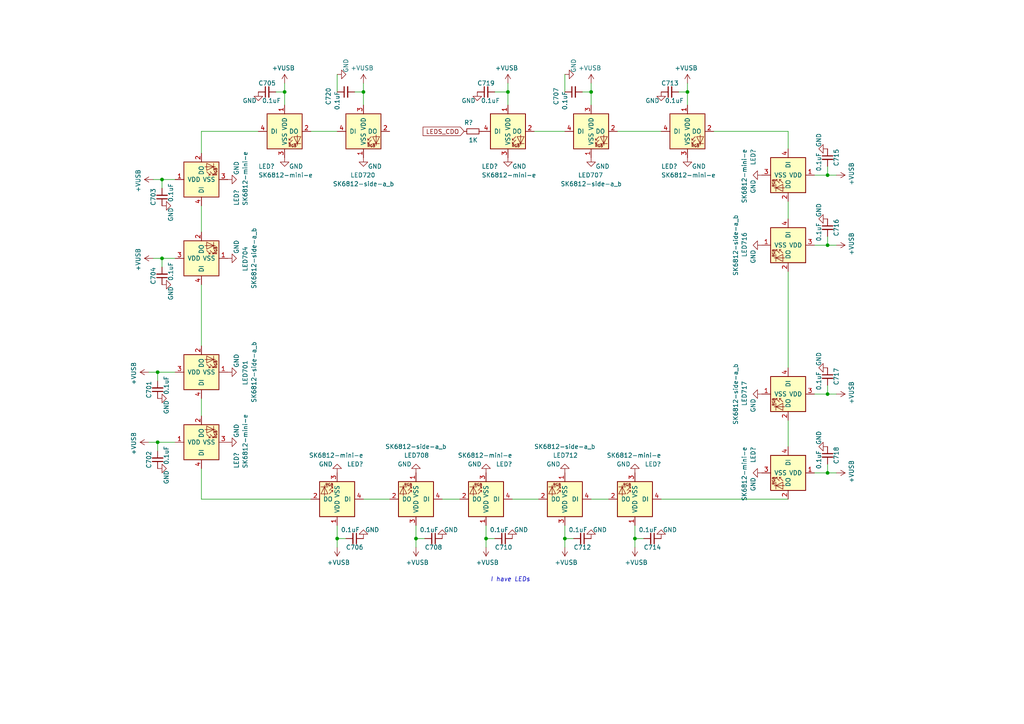
<source format=kicad_sch>
(kicad_sch (version 20230121) (generator eeschema)

  (uuid 90758ff8-2eb0-4ed7-a6e9-d97935fe0348)

  (paper "A4")

  (lib_symbols
    (symbol "Device:C_Small" (pin_numbers hide) (pin_names (offset 0.254) hide) (in_bom yes) (on_board yes)
      (property "Reference" "C" (at 0.254 1.778 0)
        (effects (font (size 1.27 1.27)) (justify left))
      )
      (property "Value" "C_Small" (at 0.254 -2.032 0)
        (effects (font (size 1.27 1.27)) (justify left))
      )
      (property "Footprint" "" (at 0 0 0)
        (effects (font (size 1.27 1.27)) hide)
      )
      (property "Datasheet" "~" (at 0 0 0)
        (effects (font (size 1.27 1.27)) hide)
      )
      (property "ki_keywords" "capacitor cap" (at 0 0 0)
        (effects (font (size 1.27 1.27)) hide)
      )
      (property "ki_description" "Unpolarized capacitor, small symbol" (at 0 0 0)
        (effects (font (size 1.27 1.27)) hide)
      )
      (property "ki_fp_filters" "C_*" (at 0 0 0)
        (effects (font (size 1.27 1.27)) hide)
      )
      (symbol "C_Small_0_1"
        (polyline
          (pts
            (xy -1.524 -0.508)
            (xy 1.524 -0.508)
          )
          (stroke (width 0.3302) (type default))
          (fill (type none))
        )
        (polyline
          (pts
            (xy -1.524 0.508)
            (xy 1.524 0.508)
          )
          (stroke (width 0.3048) (type default))
          (fill (type none))
        )
      )
      (symbol "C_Small_1_1"
        (pin passive line (at 0 2.54 270) (length 2.032)
          (name "~" (effects (font (size 1.27 1.27))))
          (number "1" (effects (font (size 1.27 1.27))))
        )
        (pin passive line (at 0 -2.54 90) (length 2.032)
          (name "~" (effects (font (size 1.27 1.27))))
          (number "2" (effects (font (size 1.27 1.27))))
        )
      )
    )
    (symbol "Device:R_Small" (pin_numbers hide) (pin_names (offset 0.254) hide) (in_bom yes) (on_board yes)
      (property "Reference" "R" (at 0.762 0.508 0)
        (effects (font (size 1.27 1.27)) (justify left))
      )
      (property "Value" "R_Small" (at 0.762 -1.016 0)
        (effects (font (size 1.27 1.27)) (justify left))
      )
      (property "Footprint" "" (at 0 0 0)
        (effects (font (size 1.27 1.27)) hide)
      )
      (property "Datasheet" "~" (at 0 0 0)
        (effects (font (size 1.27 1.27)) hide)
      )
      (property "ki_keywords" "R resistor" (at 0 0 0)
        (effects (font (size 1.27 1.27)) hide)
      )
      (property "ki_description" "Resistor, small symbol" (at 0 0 0)
        (effects (font (size 1.27 1.27)) hide)
      )
      (property "ki_fp_filters" "R_*" (at 0 0 0)
        (effects (font (size 1.27 1.27)) hide)
      )
      (symbol "R_Small_0_1"
        (rectangle (start -0.762 1.778) (end 0.762 -1.778)
          (stroke (width 0.2032) (type default))
          (fill (type none))
        )
      )
      (symbol "R_Small_1_1"
        (pin passive line (at 0 2.54 270) (length 0.762)
          (name "~" (effects (font (size 1.27 1.27))))
          (number "1" (effects (font (size 1.27 1.27))))
        )
        (pin passive line (at 0 -2.54 90) (length 0.762)
          (name "~" (effects (font (size 1.27 1.27))))
          (number "2" (effects (font (size 1.27 1.27))))
        )
      )
    )
    (symbol "dp-LED:SK6812-mini-e" (pin_names (offset 1.016)) (in_bom yes) (on_board yes)
      (property "Reference" "LED" (at 11.43 -5.08 0)
        (effects (font (size 1.27 1.27)))
      )
      (property "Value" "SK6812-mini-e" (at 11.43 -7.62 0)
        (effects (font (size 1.27 1.27)))
      )
      (property "Footprint" "dp-LED:SK6812-mini-e" (at 13.97 -10.16 0)
        (effects (font (size 1.27 1.27)) hide)
      )
      (property "Datasheet" "" (at 0 0 0)
        (effects (font (size 1.27 1.27)) hide)
      )
      (symbol "SK6812-mini-e_1_1"
        (polyline
          (pts
            (xy 1.27 -3.556)
            (xy 1.778 -3.556)
          )
          (stroke (width 0) (type solid))
          (fill (type none))
        )
        (polyline
          (pts
            (xy 1.27 -2.54)
            (xy 1.778 -2.54)
          )
          (stroke (width 0) (type solid))
          (fill (type none))
        )
        (polyline
          (pts
            (xy 4.699 -3.556)
            (xy 2.667 -3.556)
          )
          (stroke (width 0) (type solid))
          (fill (type none))
        )
        (polyline
          (pts
            (xy 2.286 -2.54)
            (xy 1.27 -3.556)
            (xy 1.27 -3.048)
          )
          (stroke (width 0) (type solid))
          (fill (type none))
        )
        (polyline
          (pts
            (xy 2.286 -1.524)
            (xy 1.27 -2.54)
            (xy 1.27 -2.032)
          )
          (stroke (width 0) (type solid))
          (fill (type none))
        )
        (polyline
          (pts
            (xy 3.683 -1.016)
            (xy 3.683 -3.556)
            (xy 3.683 -4.064)
          )
          (stroke (width 0) (type solid))
          (fill (type none))
        )
        (polyline
          (pts
            (xy 4.699 -1.524)
            (xy 2.667 -1.524)
            (xy 3.683 -3.556)
            (xy 4.699 -1.524)
          )
          (stroke (width 0) (type solid))
          (fill (type none))
        )
        (rectangle (start 5.08 5.08) (end -5.08 -5.08)
          (stroke (width 0.254) (type solid))
          (fill (type background))
        )
        (text "RGB" (at 2.286 -4.191 0)
          (effects (font (size 0.762 0.762)))
        )
        (pin power_in line (at 0 7.62 270) (length 2.54)
          (name "VDD" (effects (font (size 1.27 1.27))))
          (number "1" (effects (font (size 1.27 1.27))))
        )
        (pin output line (at 7.62 0 180) (length 2.54)
          (name "DO" (effects (font (size 1.27 1.27))))
          (number "2" (effects (font (size 1.27 1.27))))
        )
        (pin power_in line (at 0 -7.62 90) (length 2.54)
          (name "VSS" (effects (font (size 1.27 1.27))))
          (number "3" (effects (font (size 1.27 1.27))))
        )
        (pin input line (at -7.62 0 0) (length 2.54)
          (name "DI" (effects (font (size 1.27 1.27))))
          (number "4" (effects (font (size 1.27 1.27))))
        )
      )
    )
    (symbol "dp-LED:SK6812-side-a_b" (pin_names (offset 1.016)) (in_bom yes) (on_board yes)
      (property "Reference" "LED" (at 12.7 -5.08 0)
        (effects (font (size 1.27 1.27)))
      )
      (property "Value" "SK6812-side-a_b" (at 12.7 -7.62 0)
        (effects (font (size 1.27 1.27)))
      )
      (property "Footprint" "dp-LED:SK6812-side-a_b" (at 0 0 0)
        (effects (font (size 1.27 1.27)) hide)
      )
      (property "Datasheet" "" (at 0 0 0)
        (effects (font (size 1.27 1.27)) hide)
      )
      (symbol "SK6812-side-a_b_1_1"
        (polyline
          (pts
            (xy 1.27 -3.556)
            (xy 1.778 -3.556)
          )
          (stroke (width 0) (type solid))
          (fill (type none))
        )
        (polyline
          (pts
            (xy 1.27 -2.54)
            (xy 1.778 -2.54)
          )
          (stroke (width 0) (type solid))
          (fill (type none))
        )
        (polyline
          (pts
            (xy 4.699 -3.556)
            (xy 2.667 -3.556)
          )
          (stroke (width 0) (type solid))
          (fill (type none))
        )
        (polyline
          (pts
            (xy 2.286 -2.54)
            (xy 1.27 -3.556)
            (xy 1.27 -3.048)
          )
          (stroke (width 0) (type solid))
          (fill (type none))
        )
        (polyline
          (pts
            (xy 2.286 -1.524)
            (xy 1.27 -2.54)
            (xy 1.27 -2.032)
          )
          (stroke (width 0) (type solid))
          (fill (type none))
        )
        (polyline
          (pts
            (xy 3.683 -1.016)
            (xy 3.683 -3.556)
            (xy 3.683 -4.064)
          )
          (stroke (width 0) (type solid))
          (fill (type none))
        )
        (polyline
          (pts
            (xy 4.699 -1.524)
            (xy 2.667 -1.524)
            (xy 3.683 -3.556)
            (xy 4.699 -1.524)
          )
          (stroke (width 0) (type solid))
          (fill (type none))
        )
        (rectangle (start 5.08 5.08) (end -5.08 -5.08)
          (stroke (width 0.254) (type solid))
          (fill (type background))
        )
        (text "RGB" (at 2.286 -4.191 0)
          (effects (font (size 0.762 0.762)))
        )
        (pin power_in line (at 0 -7.62 90) (length 2.54)
          (name "VSS" (effects (font (size 1.27 1.27))))
          (number "1" (effects (font (size 1.27 1.27))))
        )
        (pin output line (at 7.62 0 180) (length 2.54)
          (name "DO" (effects (font (size 1.27 1.27))))
          (number "2" (effects (font (size 1.27 1.27))))
        )
        (pin power_in line (at 0 7.62 270) (length 2.54)
          (name "VDD" (effects (font (size 1.27 1.27))))
          (number "3" (effects (font (size 1.27 1.27))))
        )
        (pin input line (at -7.62 0 0) (length 2.54)
          (name "DI" (effects (font (size 1.27 1.27))))
          (number "4" (effects (font (size 1.27 1.27))))
        )
      )
    )
    (symbol "dp-power:+VUSB" (power) (pin_names (offset 1.016)) (in_bom yes) (on_board yes)
      (property "Reference" "#PWR" (at 0 0 0)
        (effects (font (size 1.27 1.27)) hide)
      )
      (property "Value" "+VUSB" (at 0 5.08 0)
        (effects (font (size 1.27 1.27)))
      )
      (property "Footprint" "" (at 0 0 0)
        (effects (font (size 1.27 1.27)) hide)
      )
      (property "Datasheet" "" (at 0 0 0)
        (effects (font (size 1.27 1.27)) hide)
      )
      (property "ki_keywords" "power-flag" (at 0 0 0)
        (effects (font (size 1.27 1.27)) hide)
      )
      (symbol "+VUSB_0_1"
        (polyline
          (pts
            (xy 0 0)
            (xy 0 2.54)
          )
          (stroke (width 0) (type solid))
          (fill (type none))
        )
        (polyline
          (pts
            (xy 0 2.54)
            (xy -0.762 1.27)
          )
          (stroke (width 0) (type solid))
          (fill (type none))
        )
        (polyline
          (pts
            (xy 0 2.54)
            (xy 0.762 1.27)
          )
          (stroke (width 0) (type solid))
          (fill (type none))
        )
      )
      (symbol "+VUSB_1_1"
        (pin power_in line (at 0 0 90) (length 0) hide
          (name "+VUSB" (effects (font (size 1.27 1.27))))
          (number "1" (effects (font (size 1.27 1.27))))
        )
      )
    )
    (symbol "power:GND" (power) (pin_names (offset 0)) (in_bom yes) (on_board yes)
      (property "Reference" "#PWR" (at 0 -6.35 0)
        (effects (font (size 1.27 1.27)) hide)
      )
      (property "Value" "GND" (at 0 -3.81 0)
        (effects (font (size 1.27 1.27)))
      )
      (property "Footprint" "" (at 0 0 0)
        (effects (font (size 1.27 1.27)) hide)
      )
      (property "Datasheet" "" (at 0 0 0)
        (effects (font (size 1.27 1.27)) hide)
      )
      (property "ki_keywords" "global power" (at 0 0 0)
        (effects (font (size 1.27 1.27)) hide)
      )
      (property "ki_description" "Power symbol creates a global label with name \"GND\" , ground" (at 0 0 0)
        (effects (font (size 1.27 1.27)) hide)
      )
      (symbol "GND_0_1"
        (polyline
          (pts
            (xy 0 0)
            (xy 0 -1.27)
            (xy 1.27 -1.27)
            (xy 0 -2.54)
            (xy -1.27 -1.27)
            (xy 0 -1.27)
          )
          (stroke (width 0) (type default))
          (fill (type none))
        )
      )
      (symbol "GND_1_1"
        (pin power_in line (at 0 0 270) (length 0) hide
          (name "GND" (effects (font (size 1.27 1.27))))
          (number "1" (effects (font (size 1.27 1.27))))
        )
      )
    )
  )

  (junction (at 199.39 26.67) (diameter 0) (color 0 0 0 0)
    (uuid 21c0081f-0800-4f78-8df3-258a32dfe1ee)
  )
  (junction (at 140.97 156.21) (diameter 0) (color 0 0 0 0)
    (uuid 2f19144b-7026-4536-9254-e91500e2fd03)
  )
  (junction (at 171.45 26.67) (diameter 0) (color 0 0 0 0)
    (uuid 2fd85613-aa45-4cd5-bbe8-c1508a15ab53)
  )
  (junction (at 147.32 26.67) (diameter 0) (color 0 0 0 0)
    (uuid 300fc48f-c449-4cc2-8437-f0223c2d65aa)
  )
  (junction (at 240.03 137.16) (diameter 0) (color 0 0 0 0)
    (uuid 319d17f5-f6ac-4a74-9a35-8d1d65669027)
  )
  (junction (at 105.41 26.67) (diameter 0) (color 0 0 0 0)
    (uuid 36de976d-a021-46b8-9679-838df41524a8)
  )
  (junction (at 184.15 156.21) (diameter 0) (color 0 0 0 0)
    (uuid 3af95e57-3d2a-40a6-8ac3-cc7e41e128a9)
  )
  (junction (at 82.55 26.67) (diameter 0) (color 0 0 0 0)
    (uuid 6ce302aa-bce9-49d8-b5bb-6408d26b669e)
  )
  (junction (at 240.03 114.3) (diameter 0) (color 0 0 0 0)
    (uuid 863cc2ac-7056-4047-b585-ece355c57479)
  )
  (junction (at 45.72 107.95) (diameter 0) (color 0 0 0 0)
    (uuid 870a2f92-8896-4c19-bdff-96c807cdcc61)
  )
  (junction (at 46.99 74.93) (diameter 0) (color 0 0 0 0)
    (uuid 8a820d40-4a37-4fdc-9083-1d166655cad7)
  )
  (junction (at 46.99 52.07) (diameter 0) (color 0 0 0 0)
    (uuid b5913a40-9a4f-416a-a90e-3d151c3f7e72)
  )
  (junction (at 97.79 156.21) (diameter 0) (color 0 0 0 0)
    (uuid b9298824-5608-4ddc-a967-1f67a46c7519)
  )
  (junction (at 240.03 50.8) (diameter 0) (color 0 0 0 0)
    (uuid bbcac661-28b6-4dd2-8425-af17ed941fdb)
  )
  (junction (at 120.65 156.21) (diameter 0) (color 0 0 0 0)
    (uuid cf79e0c3-ff3d-4f15-9412-1ec317d18614)
  )
  (junction (at 163.83 156.21) (diameter 0) (color 0 0 0 0)
    (uuid d62f9f70-2558-4188-916b-bc7383056b02)
  )
  (junction (at 45.72 128.27) (diameter 0) (color 0 0 0 0)
    (uuid e1c391f8-0e35-4c28-acf2-9c88d189daa1)
  )
  (junction (at 240.03 71.12) (diameter 0) (color 0 0 0 0)
    (uuid f417c14e-f3e4-412e-a17a-dd9f5885cce2)
  )

  (wire (pts (xy 240.03 48.26) (xy 240.03 50.8))
    (stroke (width 0) (type default))
    (uuid 05502d35-4775-4394-9c65-603cca1dd177)
  )
  (wire (pts (xy 228.6 129.54) (xy 228.6 121.92))
    (stroke (width 0) (type default))
    (uuid 0fc6f50e-e3d7-438e-a64e-3f4ea3e6a9e9)
  )
  (wire (pts (xy 240.03 71.12) (xy 236.22 71.12))
    (stroke (width 0) (type default))
    (uuid 10b0b475-0f11-43bf-a409-9d31433e8bd0)
  )
  (wire (pts (xy 148.59 144.78) (xy 156.21 144.78))
    (stroke (width 0) (type default))
    (uuid 132bec1b-dcb7-495d-a7e0-f45ac68f6f00)
  )
  (wire (pts (xy 196.85 26.67) (xy 199.39 26.67))
    (stroke (width 0) (type default))
    (uuid 1404ff1b-71ce-45b4-a08a-ef9edffe6993)
  )
  (wire (pts (xy 240.03 111.76) (xy 240.03 114.3))
    (stroke (width 0) (type default))
    (uuid 1406bd12-3531-422e-adbd-878e8abd2ae9)
  )
  (wire (pts (xy 58.42 82.55) (xy 58.42 100.33))
    (stroke (width 0) (type default))
    (uuid 16a47d75-d3aa-465a-8beb-eb9d981d974d)
  )
  (wire (pts (xy 199.39 24.13) (xy 199.39 26.67))
    (stroke (width 0) (type default))
    (uuid 1b0d4259-f512-423e-963a-19e9202d815c)
  )
  (wire (pts (xy 179.07 38.1) (xy 191.77 38.1))
    (stroke (width 0) (type default))
    (uuid 224a16cd-1234-47ec-ba73-526d9a214742)
  )
  (wire (pts (xy 58.42 44.45) (xy 58.42 38.1))
    (stroke (width 0) (type default))
    (uuid 26d06953-109d-4d32-b1c8-aac37960b906)
  )
  (wire (pts (xy 140.97 156.21) (xy 140.97 152.4))
    (stroke (width 0) (type default))
    (uuid 27fbf0d2-09b6-4748-8ade-5c84b410017b)
  )
  (wire (pts (xy 46.99 77.47) (xy 46.99 74.93))
    (stroke (width 0) (type default))
    (uuid 29c294e0-30d6-4991-b019-11adbddeb1c2)
  )
  (wire (pts (xy 163.83 156.21) (xy 163.83 152.4))
    (stroke (width 0) (type default))
    (uuid 2c765a38-a6eb-46b9-a3ad-8200fdb18200)
  )
  (wire (pts (xy 184.15 158.75) (xy 184.15 156.21))
    (stroke (width 0) (type default))
    (uuid 2d1c8af8-c2c7-47c3-8cfd-f0af5c2e552f)
  )
  (wire (pts (xy 154.94 38.1) (xy 163.83 38.1))
    (stroke (width 0) (type default))
    (uuid 3083b895-07e3-478d-986f-c3bff929ebd5)
  )
  (wire (pts (xy 45.72 110.49) (xy 45.72 107.95))
    (stroke (width 0) (type default))
    (uuid 3717881f-7448-4694-aa9f-b3ffeaef2445)
  )
  (wire (pts (xy 228.6 58.42) (xy 228.6 63.5))
    (stroke (width 0) (type default))
    (uuid 38ecc365-45b2-4529-827b-ed76f7432f87)
  )
  (wire (pts (xy 45.72 107.95) (xy 50.8 107.95))
    (stroke (width 0) (type default))
    (uuid 3b67e951-bff0-4990-8efb-5515a974a60e)
  )
  (wire (pts (xy 143.51 156.21) (xy 140.97 156.21))
    (stroke (width 0) (type default))
    (uuid 3b84b2e1-056e-44b8-a616-4ae771a30c76)
  )
  (wire (pts (xy 228.6 78.74) (xy 228.6 106.68))
    (stroke (width 0) (type default))
    (uuid 3ef3f526-5004-43de-ac06-a2925c681f3d)
  )
  (wire (pts (xy 147.32 26.67) (xy 147.32 30.48))
    (stroke (width 0) (type default))
    (uuid 45c4f1e9-8b21-496c-a208-046069224c38)
  )
  (wire (pts (xy 133.35 144.78) (xy 128.27 144.78))
    (stroke (width 0) (type default))
    (uuid 4a36e537-8001-4ffb-ab17-24c50d5d8a56)
  )
  (wire (pts (xy 105.41 24.13) (xy 105.41 26.67))
    (stroke (width 0) (type default))
    (uuid 4d44e773-427a-4761-8198-04b9605eadff)
  )
  (wire (pts (xy 58.42 59.69) (xy 58.42 67.31))
    (stroke (width 0) (type default))
    (uuid 4de41f5b-8534-44e5-823d-7a0160b76c37)
  )
  (wire (pts (xy 43.18 107.95) (xy 45.72 107.95))
    (stroke (width 0) (type default))
    (uuid 52b6b9aa-15ca-4188-9634-207d3c1edc9a)
  )
  (wire (pts (xy 140.97 158.75) (xy 140.97 156.21))
    (stroke (width 0) (type default))
    (uuid 55bf5b62-6ca8-49ff-be79-703c501bed8b)
  )
  (wire (pts (xy 46.99 52.07) (xy 50.8 52.07))
    (stroke (width 0) (type default))
    (uuid 562691e6-df03-4cdd-b3a0-2dfbba4cfbfa)
  )
  (wire (pts (xy 123.19 156.21) (xy 120.65 156.21))
    (stroke (width 0) (type default))
    (uuid 5a4ce2ed-f256-4ed1-9bb1-3975b2399337)
  )
  (wire (pts (xy 97.79 156.21) (xy 97.79 152.4))
    (stroke (width 0) (type default))
    (uuid 5c22b1a5-73ec-4eab-bd17-e53ba12dae64)
  )
  (wire (pts (xy 97.79 158.75) (xy 97.79 156.21))
    (stroke (width 0) (type default))
    (uuid 5c5c4fc9-38fa-4a26-8299-800ba903bf97)
  )
  (wire (pts (xy 45.72 130.81) (xy 45.72 128.27))
    (stroke (width 0) (type default))
    (uuid 5c69d0fe-1d27-411e-b0af-b1a35940a6dc)
  )
  (wire (pts (xy 120.65 156.21) (xy 120.65 152.4))
    (stroke (width 0) (type default))
    (uuid 653609ed-bef5-482b-b3e6-390187970003)
  )
  (wire (pts (xy 97.79 26.67) (xy 97.79 21.59))
    (stroke (width 0) (type default))
    (uuid 6ca618a5-61f2-4853-a56b-44c4c1996cff)
  )
  (wire (pts (xy 80.01 26.67) (xy 82.55 26.67))
    (stroke (width 0) (type default))
    (uuid 7031d301-4dc4-44c3-8b07-6528a069446f)
  )
  (wire (pts (xy 147.32 24.13) (xy 147.32 26.67))
    (stroke (width 0) (type default))
    (uuid 72e678a5-db91-41d8-87c7-fb1d4d64af26)
  )
  (wire (pts (xy 168.91 26.67) (xy 171.45 26.67))
    (stroke (width 0) (type default))
    (uuid 7406758b-5cfe-4e96-8df3-15e673664410)
  )
  (wire (pts (xy 242.57 114.3) (xy 240.03 114.3))
    (stroke (width 0) (type default))
    (uuid 7519eedd-6333-4366-9960-dda135b9a337)
  )
  (wire (pts (xy 186.69 156.21) (xy 184.15 156.21))
    (stroke (width 0) (type default))
    (uuid 7b689e0c-b427-4900-8ab8-4c93cf003edb)
  )
  (wire (pts (xy 105.41 26.67) (xy 105.41 30.48))
    (stroke (width 0) (type default))
    (uuid 7b9dcb80-8e1d-4e35-9c99-72c66765f4b6)
  )
  (wire (pts (xy 58.42 135.89) (xy 58.42 144.78))
    (stroke (width 0) (type default))
    (uuid 7d4c1a44-4dfb-4266-a605-d4d1f7c26f77)
  )
  (wire (pts (xy 120.65 158.75) (xy 120.65 156.21))
    (stroke (width 0) (type default))
    (uuid 7dcc42df-a7d6-4819-9569-3a6b27b147f1)
  )
  (wire (pts (xy 242.57 71.12) (xy 240.03 71.12))
    (stroke (width 0) (type default))
    (uuid 852785ee-030d-475a-8908-d23e88643b70)
  )
  (wire (pts (xy 44.45 52.07) (xy 46.99 52.07))
    (stroke (width 0) (type default))
    (uuid 93dc4358-ae83-4f77-a8ad-60fcc5adca75)
  )
  (wire (pts (xy 100.33 156.21) (xy 97.79 156.21))
    (stroke (width 0) (type default))
    (uuid 95e7967b-b7a6-4094-8a1c-c7fef5232b82)
  )
  (wire (pts (xy 228.6 43.18) (xy 228.6 38.1))
    (stroke (width 0) (type default))
    (uuid 97c34340-7832-41be-92d5-e093e9de85a7)
  )
  (wire (pts (xy 171.45 24.13) (xy 171.45 26.67))
    (stroke (width 0) (type default))
    (uuid 9b99ea8a-c156-4d2a-8ce5-496e77886ae7)
  )
  (wire (pts (xy 102.87 26.67) (xy 105.41 26.67))
    (stroke (width 0) (type default))
    (uuid 9c690486-aa74-4e94-a503-b7ddfc1b5d9b)
  )
  (wire (pts (xy 44.45 74.93) (xy 46.99 74.93))
    (stroke (width 0) (type default))
    (uuid a2fcfe95-e129-4a2a-ae9e-5c75396393cd)
  )
  (wire (pts (xy 240.03 68.58) (xy 240.03 71.12))
    (stroke (width 0) (type default))
    (uuid a40e8bda-df3b-41c7-af22-8afac5e486ff)
  )
  (wire (pts (xy 176.53 144.78) (xy 171.45 144.78))
    (stroke (width 0) (type default))
    (uuid a41ff41e-ae21-4acb-928d-260db589fc56)
  )
  (wire (pts (xy 82.55 24.13) (xy 82.55 26.67))
    (stroke (width 0) (type default))
    (uuid a72847f0-6d28-4823-98e9-54846d12c178)
  )
  (wire (pts (xy 240.03 137.16) (xy 236.22 137.16))
    (stroke (width 0) (type default))
    (uuid ac231222-3e36-4932-a21b-38e92f72b88c)
  )
  (wire (pts (xy 184.15 156.21) (xy 184.15 152.4))
    (stroke (width 0) (type default))
    (uuid b0c55200-c825-4ab5-a799-7d14eff6dfb5)
  )
  (wire (pts (xy 163.83 26.67) (xy 163.83 21.59))
    (stroke (width 0) (type default))
    (uuid b29fbf1b-a25c-4b44-99c1-610f3c279e5f)
  )
  (wire (pts (xy 46.99 54.61) (xy 46.99 52.07))
    (stroke (width 0) (type default))
    (uuid b98308a8-b6bb-4391-afa2-194b699c75b4)
  )
  (wire (pts (xy 171.45 26.67) (xy 171.45 30.48))
    (stroke (width 0) (type default))
    (uuid bfe79ef8-b547-4902-b5dc-4df07beae7c6)
  )
  (wire (pts (xy 90.17 144.78) (xy 58.42 144.78))
    (stroke (width 0) (type default))
    (uuid c26aabdf-536b-4c4e-8b01-7b2abff57141)
  )
  (wire (pts (xy 166.37 156.21) (xy 163.83 156.21))
    (stroke (width 0) (type default))
    (uuid c5ad947c-ef44-4e8c-8ea0-976918ae05da)
  )
  (wire (pts (xy 199.39 26.67) (xy 199.39 30.48))
    (stroke (width 0) (type default))
    (uuid c8af62dd-6e6c-4041-9f38-b2bc6b8c7858)
  )
  (wire (pts (xy 58.42 120.65) (xy 58.42 115.57))
    (stroke (width 0) (type default))
    (uuid ccf3c5f8-7b00-4b77-acec-45ea03268292)
  )
  (wire (pts (xy 43.18 128.27) (xy 45.72 128.27))
    (stroke (width 0) (type default))
    (uuid d01755b9-572a-4619-84cc-02b2a1bb3fae)
  )
  (wire (pts (xy 207.01 38.1) (xy 228.6 38.1))
    (stroke (width 0) (type default))
    (uuid d3406ff9-55c2-4b77-870f-16ee29e7665e)
  )
  (wire (pts (xy 46.99 74.93) (xy 50.8 74.93))
    (stroke (width 0) (type default))
    (uuid d73b0446-0345-4ed3-8a97-dcf33ba4b437)
  )
  (wire (pts (xy 58.42 38.1) (xy 74.93 38.1))
    (stroke (width 0) (type default))
    (uuid dc80ec3a-1d27-485e-a7c9-6c3c8a06672e)
  )
  (wire (pts (xy 242.57 137.16) (xy 240.03 137.16))
    (stroke (width 0) (type default))
    (uuid dcc34f76-f7df-4c14-870f-25e8130f24fa)
  )
  (wire (pts (xy 191.77 144.78) (xy 228.6 144.78))
    (stroke (width 0) (type default))
    (uuid df54cd7a-b201-4429-a8c7-43ad47614595)
  )
  (wire (pts (xy 45.72 128.27) (xy 50.8 128.27))
    (stroke (width 0) (type default))
    (uuid e19a92c6-826b-49ca-abf3-bdde76f478bf)
  )
  (wire (pts (xy 82.55 26.67) (xy 82.55 30.48))
    (stroke (width 0) (type default))
    (uuid e4bf7a4f-9c11-4b13-91f7-389c7200d387)
  )
  (wire (pts (xy 105.41 144.78) (xy 113.03 144.78))
    (stroke (width 0) (type default))
    (uuid e4ef4958-763c-4f44-bc28-963bd085c308)
  )
  (wire (pts (xy 163.83 158.75) (xy 163.83 156.21))
    (stroke (width 0) (type default))
    (uuid e851f0b3-09ab-44e2-9c32-aa15b421c641)
  )
  (wire (pts (xy 143.51 26.67) (xy 147.32 26.67))
    (stroke (width 0) (type default))
    (uuid efa92a39-a15f-473e-9ede-76173b8e2e8f)
  )
  (wire (pts (xy 240.03 114.3) (xy 236.22 114.3))
    (stroke (width 0) (type default))
    (uuid f31799c7-2243-4c58-b55b-cdd9e9d761e9)
  )
  (wire (pts (xy 90.17 38.1) (xy 97.79 38.1))
    (stroke (width 0) (type default))
    (uuid f4d76d8c-3d40-476e-b63b-6ba9cc2c7089)
  )
  (wire (pts (xy 240.03 50.8) (xy 236.22 50.8))
    (stroke (width 0) (type default))
    (uuid f5b0d965-1b0f-4db0-8905-ac65254837c4)
  )
  (wire (pts (xy 242.57 50.8) (xy 240.03 50.8))
    (stroke (width 0) (type default))
    (uuid f7082490-8243-4192-a195-455a9410800d)
  )
  (wire (pts (xy 240.03 134.62) (xy 240.03 137.16))
    (stroke (width 0) (type default))
    (uuid fe4d19b9-2d0c-4f2d-8f89-fb19d83ca6dd)
  )

  (text "I have LEDs" (at 142.24 168.91 0)
    (effects (font (size 1.27 1.27) italic) (justify left bottom))
    (uuid ef4fc7de-9bae-4f63-817a-63c33b9cc89a)
  )

  (global_label "LEDS_CDO" (shape input) (at 134.62 38.1 180)
    (effects (font (size 1.27 1.27)) (justify right))
    (uuid c940f6bc-7ceb-4c8c-90f8-5a61e41d2730)
    (property "Intersheetrefs" "${INTERSHEET_REFS}" (at 134.62 38.1 0)
      (effects (font (size 1.27 1.27)) hide)
    )
  )

  (symbol (lib_id "dp-power:+VUSB") (at 44.45 74.93 90) (unit 1)
    (in_bom yes) (on_board yes) (dnp no)
    (uuid 00000000-0000-0000-0000-000060ee0dc7)
    (property "Reference" "#PWR0704" (at 44.45 74.93 0)
      (effects (font (size 1.27 1.27)) hide)
    )
    (property "Value" "+VUSB" (at 40.0558 75.311 0)
      (effects (font (size 1.27 1.27)))
    )
    (property "Footprint" "" (at 44.45 74.93 0)
      (effects (font (size 1.27 1.27)) hide)
    )
    (property "Datasheet" "" (at 44.45 74.93 0)
      (effects (font (size 1.27 1.27)) hide)
    )
    (pin "1" (uuid 25f5ac65-54c8-4db9-bed2-d7df1db4a538))
    (instances
      (project "BusPirate-5-rev10"
        (path "/1f56410a-eaac-4444-b0f7-cfd3531e22ac/00000000-0000-0000-0000-000060edd46d"
          (reference "#PWR0704") (unit 1)
        )
        (path "/1f56410a-eaac-4444-b0f7-cfd3531e22ac"
          (reference "#PWR?") (unit 1)
        )
      )
    )
  )

  (symbol (lib_id "power:GND") (at 46.99 82.55 90) (unit 1)
    (in_bom yes) (on_board yes) (dnp no)
    (uuid 00000000-0000-0000-0000-000060ee0dcd)
    (property "Reference" "#PWR0708" (at 53.34 82.55 0)
      (effects (font (size 1.27 1.27)) hide)
    )
    (property "Value" "GND" (at 49.53 85.09 0)
      (effects (font (size 1.27 1.27)))
    )
    (property "Footprint" "" (at 46.99 82.55 0)
      (effects (font (size 1.27 1.27)) hide)
    )
    (property "Datasheet" "" (at 46.99 82.55 0)
      (effects (font (size 1.27 1.27)) hide)
    )
    (pin "1" (uuid fee862ee-e58c-4b76-8179-0a677876611f))
    (instances
      (project "BusPirate-5-rev10"
        (path "/1f56410a-eaac-4444-b0f7-cfd3531e22ac/00000000-0000-0000-0000-000060edd46d"
          (reference "#PWR0708") (unit 1)
        )
        (path "/1f56410a-eaac-4444-b0f7-cfd3531e22ac"
          (reference "#PWR?") (unit 1)
        )
      )
    )
  )

  (symbol (lib_id "Device:C_Small") (at 46.99 80.01 180) (unit 1)
    (in_bom yes) (on_board yes) (dnp no)
    (uuid 00000000-0000-0000-0000-000060ee0dd5)
    (property "Reference" "C704" (at 44.45 80.01 90)
      (effects (font (size 1.27 1.27)))
    )
    (property "Value" "0.1uF" (at 49.53 78.74 90)
      (effects (font (size 1.27 1.27)))
    )
    (property "Footprint" "Capacitor_SMD:C_0402_1005Metric" (at 46.99 80.01 0)
      (effects (font (size 1.27 1.27)) hide)
    )
    (property "Datasheet" "~" (at 46.99 80.01 0)
      (effects (font (size 1.27 1.27)) hide)
    )
    (property "RMB" "0.00628" (at 46.99 80.01 0)
      (effects (font (size 1.27 1.27)) hide)
    )
    (property "Supplier" "https://item.szlcsc.com/1877.html" (at 46.99 80.01 0)
      (effects (font (size 1.27 1.27)) hide)
    )
    (pin "1" (uuid 58bed7ef-e544-4ef1-be49-d9b0cf3a5fa8))
    (pin "2" (uuid d0395662-ac62-4d42-8f55-c4244b388afd))
    (instances
      (project "BusPirate-5-rev10"
        (path "/1f56410a-eaac-4444-b0f7-cfd3531e22ac/00000000-0000-0000-0000-000060edd46d"
          (reference "C704") (unit 1)
        )
        (path "/1f56410a-eaac-4444-b0f7-cfd3531e22ac"
          (reference "C?") (unit 1)
        )
      )
    )
  )

  (symbol (lib_id "power:GND") (at 66.04 74.93 90) (unit 1)
    (in_bom yes) (on_board yes) (dnp no)
    (uuid 00000000-0000-0000-0000-000060ee0ddb)
    (property "Reference" "#PWR0712" (at 72.39 74.93 0)
      (effects (font (size 1.27 1.27)) hide)
    )
    (property "Value" "GND" (at 68.58 73.66 0)
      (effects (font (size 1.27 1.27)) (justify left))
    )
    (property "Footprint" "" (at 66.04 74.93 0)
      (effects (font (size 1.27 1.27)) hide)
    )
    (property "Datasheet" "" (at 66.04 74.93 0)
      (effects (font (size 1.27 1.27)) hide)
    )
    (pin "1" (uuid 60fbf640-87d0-4ff5-a697-9cfbc43faf14))
    (instances
      (project "BusPirate-5-rev10"
        (path "/1f56410a-eaac-4444-b0f7-cfd3531e22ac/00000000-0000-0000-0000-000060edd46d"
          (reference "#PWR0712") (unit 1)
        )
        (path "/1f56410a-eaac-4444-b0f7-cfd3531e22ac"
          (reference "#PWR?") (unit 1)
        )
      )
    )
  )

  (symbol (lib_id "dp-power:+VUSB") (at 44.45 52.07 90) (unit 1)
    (in_bom yes) (on_board yes) (dnp no)
    (uuid 00000000-0000-0000-0000-000060ee0de8)
    (property "Reference" "#PWR0703" (at 44.45 52.07 0)
      (effects (font (size 1.27 1.27)) hide)
    )
    (property "Value" "+VUSB" (at 40.0558 52.451 0)
      (effects (font (size 1.27 1.27)))
    )
    (property "Footprint" "" (at 44.45 52.07 0)
      (effects (font (size 1.27 1.27)) hide)
    )
    (property "Datasheet" "" (at 44.45 52.07 0)
      (effects (font (size 1.27 1.27)) hide)
    )
    (pin "1" (uuid c77759fa-2678-4ae9-9939-11725ca592bd))
    (instances
      (project "BusPirate-5-rev10"
        (path "/1f56410a-eaac-4444-b0f7-cfd3531e22ac/00000000-0000-0000-0000-000060edd46d"
          (reference "#PWR0703") (unit 1)
        )
        (path "/1f56410a-eaac-4444-b0f7-cfd3531e22ac"
          (reference "#PWR?") (unit 1)
        )
      )
    )
  )

  (symbol (lib_id "power:GND") (at 46.99 59.69 90) (unit 1)
    (in_bom yes) (on_board yes) (dnp no)
    (uuid 00000000-0000-0000-0000-000060ee0dee)
    (property "Reference" "#PWR0707" (at 53.34 59.69 0)
      (effects (font (size 1.27 1.27)) hide)
    )
    (property "Value" "GND" (at 49.53 62.23 0)
      (effects (font (size 1.27 1.27)))
    )
    (property "Footprint" "" (at 46.99 59.69 0)
      (effects (font (size 1.27 1.27)) hide)
    )
    (property "Datasheet" "" (at 46.99 59.69 0)
      (effects (font (size 1.27 1.27)) hide)
    )
    (pin "1" (uuid abd73315-fc9d-4786-a307-fcc98f595b91))
    (instances
      (project "BusPirate-5-rev10"
        (path "/1f56410a-eaac-4444-b0f7-cfd3531e22ac/00000000-0000-0000-0000-000060edd46d"
          (reference "#PWR0707") (unit 1)
        )
        (path "/1f56410a-eaac-4444-b0f7-cfd3531e22ac"
          (reference "#PWR?") (unit 1)
        )
      )
    )
  )

  (symbol (lib_id "Device:C_Small") (at 46.99 57.15 180) (unit 1)
    (in_bom yes) (on_board yes) (dnp no)
    (uuid 00000000-0000-0000-0000-000060ee0df6)
    (property "Reference" "C703" (at 44.45 57.15 90)
      (effects (font (size 1.27 1.27)))
    )
    (property "Value" "0.1uF" (at 49.53 55.88 90)
      (effects (font (size 1.27 1.27)))
    )
    (property "Footprint" "Capacitor_SMD:C_0402_1005Metric" (at 46.99 57.15 0)
      (effects (font (size 1.27 1.27)) hide)
    )
    (property "Datasheet" "~" (at 46.99 57.15 0)
      (effects (font (size 1.27 1.27)) hide)
    )
    (property "RMB" "0.00628" (at 46.99 57.15 0)
      (effects (font (size 1.27 1.27)) hide)
    )
    (property "Supplier" "https://item.szlcsc.com/1877.html" (at 46.99 57.15 0)
      (effects (font (size 1.27 1.27)) hide)
    )
    (pin "1" (uuid ef6f8aee-fbd8-4f0e-a547-02910ea34015))
    (pin "2" (uuid 7c7f8909-39bf-40cf-b831-de2823b71cc6))
    (instances
      (project "BusPirate-5-rev10"
        (path "/1f56410a-eaac-4444-b0f7-cfd3531e22ac/00000000-0000-0000-0000-000060edd46d"
          (reference "C703") (unit 1)
        )
        (path "/1f56410a-eaac-4444-b0f7-cfd3531e22ac"
          (reference "C?") (unit 1)
        )
      )
    )
  )

  (symbol (lib_id "power:GND") (at 66.04 52.07 90) (unit 1)
    (in_bom yes) (on_board yes) (dnp no)
    (uuid 00000000-0000-0000-0000-000060ee0dfc)
    (property "Reference" "#PWR0711" (at 72.39 52.07 0)
      (effects (font (size 1.27 1.27)) hide)
    )
    (property "Value" "GND" (at 68.58 50.8 0)
      (effects (font (size 1.27 1.27)) (justify left))
    )
    (property "Footprint" "" (at 66.04 52.07 0)
      (effects (font (size 1.27 1.27)) hide)
    )
    (property "Datasheet" "" (at 66.04 52.07 0)
      (effects (font (size 1.27 1.27)) hide)
    )
    (pin "1" (uuid 02d7cdb2-df1b-41aa-bc30-a8cf401c75f2))
    (instances
      (project "BusPirate-5-rev10"
        (path "/1f56410a-eaac-4444-b0f7-cfd3531e22ac/00000000-0000-0000-0000-000060edd46d"
          (reference "#PWR0711") (unit 1)
        )
        (path "/1f56410a-eaac-4444-b0f7-cfd3531e22ac"
          (reference "#PWR?") (unit 1)
        )
      )
    )
  )

  (symbol (lib_id "dp-LED:SK6812-mini-e") (at 58.42 52.07 90) (unit 1)
    (in_bom yes) (on_board yes) (dnp no)
    (uuid 00000000-0000-0000-0000-000060ee0e12)
    (property "Reference" "LED?" (at 68.58 59.69 0)
      (effects (font (size 1.27 1.27)) (justify left))
    )
    (property "Value" "SK6812-mini-e" (at 71.12 59.69 0)
      (effects (font (size 1.27 1.27)) (justify left))
    )
    (property "Footprint" "dp-LED:SK6812-mini-e" (at 68.58 38.1 0)
      (effects (font (size 1.27 1.27)) hide)
    )
    (property "Datasheet" "" (at 58.42 52.07 0)
      (effects (font (size 1.27 1.27)) hide)
    )
    (property "RMB" "0.5296" (at 58.42 52.07 0)
      (effects (font (size 1.27 1.27)) hide)
    )
    (property "Supplier" "https://item.szlcsc.com/542109.html" (at 58.42 52.07 0)
      (effects (font (size 1.27 1.27)) hide)
    )
    (pin "1" (uuid c7a0bcad-f0fe-4cd3-b8d6-bc206b075096))
    (pin "2" (uuid a44ee650-c65f-4f69-ae58-e3c54f9e5f65))
    (pin "3" (uuid 32ff01a3-cc80-4618-ba36-4fbed252bdd0))
    (pin "4" (uuid 3975bb19-f729-496f-82a5-799617eee567))
    (instances
      (project "BusPirate-5-rev10"
        (path "/1f56410a-eaac-4444-b0f7-cfd3531e22ac"
          (reference "LED?") (unit 1)
        )
        (path "/1f56410a-eaac-4444-b0f7-cfd3531e22ac/00000000-0000-0000-0000-00005f46fad3"
          (reference "LED?") (unit 1)
        )
        (path "/1f56410a-eaac-4444-b0f7-cfd3531e22ac/00000000-0000-0000-0000-000060edd46d"
          (reference "LED703") (unit 1)
        )
      )
    )
  )

  (symbol (lib_id "dp-power:+VUSB") (at 82.55 24.13 0) (unit 1)
    (in_bom yes) (on_board yes) (dnp no)
    (uuid 00000000-0000-0000-0000-000060f0a55e)
    (property "Reference" "#PWR0714" (at 82.55 24.13 0)
      (effects (font (size 1.27 1.27)) hide)
    )
    (property "Value" "+VUSB" (at 82.169 19.7358 0)
      (effects (font (size 1.27 1.27)))
    )
    (property "Footprint" "" (at 82.55 24.13 0)
      (effects (font (size 1.27 1.27)) hide)
    )
    (property "Datasheet" "" (at 82.55 24.13 0)
      (effects (font (size 1.27 1.27)) hide)
    )
    (pin "1" (uuid d17950f4-bea1-4e00-b7ae-83dab18597ac))
    (instances
      (project "BusPirate-5-rev10"
        (path "/1f56410a-eaac-4444-b0f7-cfd3531e22ac/00000000-0000-0000-0000-000060edd46d"
          (reference "#PWR0714") (unit 1)
        )
        (path "/1f56410a-eaac-4444-b0f7-cfd3531e22ac"
          (reference "#PWR?") (unit 1)
        )
      )
    )
  )

  (symbol (lib_id "power:GND") (at 74.93 26.67 0) (unit 1)
    (in_bom yes) (on_board yes) (dnp no)
    (uuid 00000000-0000-0000-0000-000060f0a564)
    (property "Reference" "#PWR0713" (at 74.93 33.02 0)
      (effects (font (size 1.27 1.27)) hide)
    )
    (property "Value" "GND" (at 72.39 29.21 0)
      (effects (font (size 1.27 1.27)))
    )
    (property "Footprint" "" (at 74.93 26.67 0)
      (effects (font (size 1.27 1.27)) hide)
    )
    (property "Datasheet" "" (at 74.93 26.67 0)
      (effects (font (size 1.27 1.27)) hide)
    )
    (pin "1" (uuid 65a5f99f-31c8-4b98-ae7c-f01fcdb65ddb))
    (instances
      (project "BusPirate-5-rev10"
        (path "/1f56410a-eaac-4444-b0f7-cfd3531e22ac/00000000-0000-0000-0000-000060edd46d"
          (reference "#PWR0713") (unit 1)
        )
        (path "/1f56410a-eaac-4444-b0f7-cfd3531e22ac"
          (reference "#PWR?") (unit 1)
        )
      )
    )
  )

  (symbol (lib_id "power:GND") (at 82.55 45.72 0) (unit 1)
    (in_bom yes) (on_board yes) (dnp no)
    (uuid 00000000-0000-0000-0000-000060f0a56a)
    (property "Reference" "#PWR0715" (at 82.55 52.07 0)
      (effects (font (size 1.27 1.27)) hide)
    )
    (property "Value" "GND" (at 83.82 48.26 0)
      (effects (font (size 1.27 1.27)) (justify left))
    )
    (property "Footprint" "" (at 82.55 45.72 0)
      (effects (font (size 1.27 1.27)) hide)
    )
    (property "Datasheet" "" (at 82.55 45.72 0)
      (effects (font (size 1.27 1.27)) hide)
    )
    (pin "1" (uuid 112c740f-046f-4491-9ea8-d117284c1e5f))
    (instances
      (project "BusPirate-5-rev10"
        (path "/1f56410a-eaac-4444-b0f7-cfd3531e22ac/00000000-0000-0000-0000-000060edd46d"
          (reference "#PWR0715") (unit 1)
        )
        (path "/1f56410a-eaac-4444-b0f7-cfd3531e22ac"
          (reference "#PWR?") (unit 1)
        )
      )
    )
  )

  (symbol (lib_id "dp-LED:SK6812-mini-e") (at 82.55 38.1 0) (unit 1)
    (in_bom yes) (on_board yes) (dnp no)
    (uuid 00000000-0000-0000-0000-000060f0a57a)
    (property "Reference" "LED?" (at 74.93 48.26 0)
      (effects (font (size 1.27 1.27)) (justify left))
    )
    (property "Value" "SK6812-mini-e" (at 74.93 50.8 0)
      (effects (font (size 1.27 1.27)) (justify left))
    )
    (property "Footprint" "dp-LED:SK6812-mini-e" (at 96.52 48.26 0)
      (effects (font (size 1.27 1.27)) hide)
    )
    (property "Datasheet" "" (at 82.55 38.1 0)
      (effects (font (size 1.27 1.27)) hide)
    )
    (property "RMB" "0.5296" (at 82.55 38.1 0)
      (effects (font (size 1.27 1.27)) hide)
    )
    (property "Supplier" "https://item.szlcsc.com/542109.html" (at 82.55 38.1 0)
      (effects (font (size 1.27 1.27)) hide)
    )
    (pin "1" (uuid 12091a94-67fe-498e-a5b1-018469a5fb67))
    (pin "2" (uuid bcdc90dc-1fdd-4daa-a7b9-6d25fbb6b1cf))
    (pin "3" (uuid 0dd0ae27-6cff-436c-8b25-b27edca5ab35))
    (pin "4" (uuid 3ab0de53-9060-49de-97d8-dc9dc689af23))
    (instances
      (project "BusPirate-5-rev10"
        (path "/1f56410a-eaac-4444-b0f7-cfd3531e22ac"
          (reference "LED?") (unit 1)
        )
        (path "/1f56410a-eaac-4444-b0f7-cfd3531e22ac/00000000-0000-0000-0000-00005f46fad3"
          (reference "LED?") (unit 1)
        )
        (path "/1f56410a-eaac-4444-b0f7-cfd3531e22ac/00000000-0000-0000-0000-000060edd46d"
          (reference "LED705") (unit 1)
        )
      )
    )
  )

  (symbol (lib_id "Device:C_Small") (at 77.47 26.67 90) (unit 1)
    (in_bom yes) (on_board yes) (dnp no)
    (uuid 00000000-0000-0000-0000-000060f0a582)
    (property "Reference" "C705" (at 77.47 24.13 90)
      (effects (font (size 1.27 1.27)))
    )
    (property "Value" "0.1uF" (at 78.74 29.21 90)
      (effects (font (size 1.27 1.27)))
    )
    (property "Footprint" "Capacitor_SMD:C_0402_1005Metric" (at 77.47 26.67 0)
      (effects (font (size 1.27 1.27)) hide)
    )
    (property "Datasheet" "~" (at 77.47 26.67 0)
      (effects (font (size 1.27 1.27)) hide)
    )
    (property "RMB" "0.00628" (at 77.47 26.67 0)
      (effects (font (size 1.27 1.27)) hide)
    )
    (property "Supplier" "https://item.szlcsc.com/1877.html" (at 77.47 26.67 0)
      (effects (font (size 1.27 1.27)) hide)
    )
    (pin "1" (uuid 376a7d13-684b-4234-bf2b-6073b092517b))
    (pin "2" (uuid 5381599b-c2d9-4cb9-9535-0653ec2f652f))
    (instances
      (project "BusPirate-5-rev10"
        (path "/1f56410a-eaac-4444-b0f7-cfd3531e22ac/00000000-0000-0000-0000-000060edd46d"
          (reference "C705") (unit 1)
        )
        (path "/1f56410a-eaac-4444-b0f7-cfd3531e22ac"
          (reference "C?") (unit 1)
        )
      )
    )
  )

  (symbol (lib_id "dp-power:+VUSB") (at 199.39 24.13 0) (unit 1)
    (in_bom yes) (on_board yes) (dnp no)
    (uuid 00000000-0000-0000-0000-000060f19331)
    (property "Reference" "#PWR0738" (at 199.39 24.13 0)
      (effects (font (size 1.27 1.27)) hide)
    )
    (property "Value" "+VUSB" (at 199.009 19.7358 0)
      (effects (font (size 1.27 1.27)))
    )
    (property "Footprint" "" (at 199.39 24.13 0)
      (effects (font (size 1.27 1.27)) hide)
    )
    (property "Datasheet" "" (at 199.39 24.13 0)
      (effects (font (size 1.27 1.27)) hide)
    )
    (pin "1" (uuid 25293fc9-815d-457a-8b7e-2fe85dd027b2))
    (instances
      (project "BusPirate-5-rev10"
        (path "/1f56410a-eaac-4444-b0f7-cfd3531e22ac/00000000-0000-0000-0000-000060edd46d"
          (reference "#PWR0738") (unit 1)
        )
        (path "/1f56410a-eaac-4444-b0f7-cfd3531e22ac"
          (reference "#PWR?") (unit 1)
        )
      )
    )
  )

  (symbol (lib_id "power:GND") (at 191.77 26.67 0) (unit 1)
    (in_bom yes) (on_board yes) (dnp no)
    (uuid 00000000-0000-0000-0000-000060f19337)
    (property "Reference" "#PWR0737" (at 191.77 33.02 0)
      (effects (font (size 1.27 1.27)) hide)
    )
    (property "Value" "GND" (at 189.23 29.21 0)
      (effects (font (size 1.27 1.27)))
    )
    (property "Footprint" "" (at 191.77 26.67 0)
      (effects (font (size 1.27 1.27)) hide)
    )
    (property "Datasheet" "" (at 191.77 26.67 0)
      (effects (font (size 1.27 1.27)) hide)
    )
    (pin "1" (uuid 7d54728f-af5a-438c-9037-383266d31fa7))
    (instances
      (project "BusPirate-5-rev10"
        (path "/1f56410a-eaac-4444-b0f7-cfd3531e22ac/00000000-0000-0000-0000-000060edd46d"
          (reference "#PWR0737") (unit 1)
        )
        (path "/1f56410a-eaac-4444-b0f7-cfd3531e22ac"
          (reference "#PWR?") (unit 1)
        )
      )
    )
  )

  (symbol (lib_id "power:GND") (at 199.39 45.72 0) (unit 1)
    (in_bom yes) (on_board yes) (dnp no)
    (uuid 00000000-0000-0000-0000-000060f1933d)
    (property "Reference" "#PWR0739" (at 199.39 52.07 0)
      (effects (font (size 1.27 1.27)) hide)
    )
    (property "Value" "GND" (at 200.66 48.26 0)
      (effects (font (size 1.27 1.27)) (justify left))
    )
    (property "Footprint" "" (at 199.39 45.72 0)
      (effects (font (size 1.27 1.27)) hide)
    )
    (property "Datasheet" "" (at 199.39 45.72 0)
      (effects (font (size 1.27 1.27)) hide)
    )
    (pin "1" (uuid 9c2f0882-09a0-4bdc-84ab-8ec5677b3696))
    (instances
      (project "BusPirate-5-rev10"
        (path "/1f56410a-eaac-4444-b0f7-cfd3531e22ac/00000000-0000-0000-0000-000060edd46d"
          (reference "#PWR0739") (unit 1)
        )
        (path "/1f56410a-eaac-4444-b0f7-cfd3531e22ac"
          (reference "#PWR?") (unit 1)
        )
      )
    )
  )

  (symbol (lib_id "dp-LED:SK6812-mini-e") (at 199.39 38.1 0) (unit 1)
    (in_bom yes) (on_board yes) (dnp no)
    (uuid 00000000-0000-0000-0000-000060f19345)
    (property "Reference" "LED?" (at 191.77 48.26 0)
      (effects (font (size 1.27 1.27)) (justify left))
    )
    (property "Value" "SK6812-mini-e" (at 191.77 50.8 0)
      (effects (font (size 1.27 1.27)) (justify left))
    )
    (property "Footprint" "dp-LED:SK6812-mini-e" (at 213.36 48.26 0)
      (effects (font (size 1.27 1.27)) hide)
    )
    (property "Datasheet" "" (at 199.39 38.1 0)
      (effects (font (size 1.27 1.27)) hide)
    )
    (property "RMB" "0.5296" (at 199.39 38.1 0)
      (effects (font (size 1.27 1.27)) hide)
    )
    (property "Supplier" "https://item.szlcsc.com/542109.html" (at 199.39 38.1 0)
      (effects (font (size 1.27 1.27)) hide)
    )
    (pin "1" (uuid 6c5b05b0-578a-4b0b-8819-ea40150ae99f))
    (pin "2" (uuid 69ec3315-c6c6-47de-b844-eee2190e447c))
    (pin "3" (uuid 00cecf1c-80de-47d5-8786-4dec862ee620))
    (pin "4" (uuid 99877854-2d2a-4f28-a273-d037017aff61))
    (instances
      (project "BusPirate-5-rev10"
        (path "/1f56410a-eaac-4444-b0f7-cfd3531e22ac"
          (reference "LED?") (unit 1)
        )
        (path "/1f56410a-eaac-4444-b0f7-cfd3531e22ac/00000000-0000-0000-0000-00005f46fad3"
          (reference "LED?") (unit 1)
        )
        (path "/1f56410a-eaac-4444-b0f7-cfd3531e22ac/00000000-0000-0000-0000-000060edd46d"
          (reference "LED713") (unit 1)
        )
      )
    )
  )

  (symbol (lib_id "Device:C_Small") (at 194.31 26.67 90) (unit 1)
    (in_bom yes) (on_board yes) (dnp no)
    (uuid 00000000-0000-0000-0000-000060f1934d)
    (property "Reference" "C713" (at 194.31 24.13 90)
      (effects (font (size 1.27 1.27)))
    )
    (property "Value" "0.1uF" (at 195.58 29.21 90)
      (effects (font (size 1.27 1.27)))
    )
    (property "Footprint" "Capacitor_SMD:C_0402_1005Metric" (at 194.31 26.67 0)
      (effects (font (size 1.27 1.27)) hide)
    )
    (property "Datasheet" "~" (at 194.31 26.67 0)
      (effects (font (size 1.27 1.27)) hide)
    )
    (property "RMB" "0.00628" (at 194.31 26.67 0)
      (effects (font (size 1.27 1.27)) hide)
    )
    (property "Supplier" "https://item.szlcsc.com/1877.html" (at 194.31 26.67 0)
      (effects (font (size 1.27 1.27)) hide)
    )
    (pin "1" (uuid 358ce52e-b0bc-4bbf-88a7-fd53e90d7b8c))
    (pin "2" (uuid a27ecf4a-9dd2-4091-9f89-d1d62a79b28e))
    (instances
      (project "BusPirate-5-rev10"
        (path "/1f56410a-eaac-4444-b0f7-cfd3531e22ac/00000000-0000-0000-0000-000060edd46d"
          (reference "C713") (unit 1)
        )
        (path "/1f56410a-eaac-4444-b0f7-cfd3531e22ac"
          (reference "C?") (unit 1)
        )
      )
    )
  )

  (symbol (lib_id "dp-power:+VUSB") (at 242.57 71.12 270) (unit 1)
    (in_bom yes) (on_board yes) (dnp no)
    (uuid 00000000-0000-0000-0000-000060f31081)
    (property "Reference" "#PWR0752" (at 242.57 71.12 0)
      (effects (font (size 1.27 1.27)) hide)
    )
    (property "Value" "+VUSB" (at 246.9642 70.739 0)
      (effects (font (size 1.27 1.27)))
    )
    (property "Footprint" "" (at 242.57 71.12 0)
      (effects (font (size 1.27 1.27)) hide)
    )
    (property "Datasheet" "" (at 242.57 71.12 0)
      (effects (font (size 1.27 1.27)) hide)
    )
    (pin "1" (uuid 1e1dd063-029a-471c-9e21-d557c4ac1387))
    (instances
      (project "BusPirate-5-rev10"
        (path "/1f56410a-eaac-4444-b0f7-cfd3531e22ac/00000000-0000-0000-0000-000060edd46d"
          (reference "#PWR0752") (unit 1)
        )
        (path "/1f56410a-eaac-4444-b0f7-cfd3531e22ac"
          (reference "#PWR?") (unit 1)
        )
      )
    )
  )

  (symbol (lib_id "power:GND") (at 240.03 63.5 270) (unit 1)
    (in_bom yes) (on_board yes) (dnp no)
    (uuid 00000000-0000-0000-0000-000060f31087)
    (property "Reference" "#PWR0748" (at 233.68 63.5 0)
      (effects (font (size 1.27 1.27)) hide)
    )
    (property "Value" "GND" (at 237.49 60.96 0)
      (effects (font (size 1.27 1.27)))
    )
    (property "Footprint" "" (at 240.03 63.5 0)
      (effects (font (size 1.27 1.27)) hide)
    )
    (property "Datasheet" "" (at 240.03 63.5 0)
      (effects (font (size 1.27 1.27)) hide)
    )
    (pin "1" (uuid fe24f973-153a-417d-a14b-ae543016ca2d))
    (instances
      (project "BusPirate-5-rev10"
        (path "/1f56410a-eaac-4444-b0f7-cfd3531e22ac/00000000-0000-0000-0000-000060edd46d"
          (reference "#PWR0748") (unit 1)
        )
        (path "/1f56410a-eaac-4444-b0f7-cfd3531e22ac"
          (reference "#PWR?") (unit 1)
        )
      )
    )
  )

  (symbol (lib_id "Device:C_Small") (at 240.03 66.04 0) (unit 1)
    (in_bom yes) (on_board yes) (dnp no)
    (uuid 00000000-0000-0000-0000-000060f3108f)
    (property "Reference" "C716" (at 242.57 66.04 90)
      (effects (font (size 1.27 1.27)))
    )
    (property "Value" "0.1uF" (at 237.49 67.31 90)
      (effects (font (size 1.27 1.27)))
    )
    (property "Footprint" "Capacitor_SMD:C_0402_1005Metric" (at 240.03 66.04 0)
      (effects (font (size 1.27 1.27)) hide)
    )
    (property "Datasheet" "~" (at 240.03 66.04 0)
      (effects (font (size 1.27 1.27)) hide)
    )
    (property "RMB" "0.00628" (at 240.03 66.04 0)
      (effects (font (size 1.27 1.27)) hide)
    )
    (property "Supplier" "https://item.szlcsc.com/1877.html" (at 240.03 66.04 0)
      (effects (font (size 1.27 1.27)) hide)
    )
    (pin "1" (uuid fbfc247c-7d1f-4851-9836-8947f27d28bd))
    (pin "2" (uuid 100acd86-8231-4eea-ba16-80d89249f322))
    (instances
      (project "BusPirate-5-rev10"
        (path "/1f56410a-eaac-4444-b0f7-cfd3531e22ac/00000000-0000-0000-0000-000060edd46d"
          (reference "C716") (unit 1)
        )
        (path "/1f56410a-eaac-4444-b0f7-cfd3531e22ac"
          (reference "C?") (unit 1)
        )
      )
    )
  )

  (symbol (lib_id "power:GND") (at 220.98 71.12 270) (unit 1)
    (in_bom yes) (on_board yes) (dnp no)
    (uuid 00000000-0000-0000-0000-000060f31095)
    (property "Reference" "#PWR0744" (at 214.63 71.12 0)
      (effects (font (size 1.27 1.27)) hide)
    )
    (property "Value" "GND" (at 218.44 72.39 0)
      (effects (font (size 1.27 1.27)) (justify left))
    )
    (property "Footprint" "" (at 220.98 71.12 0)
      (effects (font (size 1.27 1.27)) hide)
    )
    (property "Datasheet" "" (at 220.98 71.12 0)
      (effects (font (size 1.27 1.27)) hide)
    )
    (pin "1" (uuid d3b75ee3-5624-44c2-af67-41539ba65748))
    (instances
      (project "BusPirate-5-rev10"
        (path "/1f56410a-eaac-4444-b0f7-cfd3531e22ac/00000000-0000-0000-0000-000060edd46d"
          (reference "#PWR0744") (unit 1)
        )
        (path "/1f56410a-eaac-4444-b0f7-cfd3531e22ac"
          (reference "#PWR?") (unit 1)
        )
      )
    )
  )

  (symbol (lib_id "dp-power:+VUSB") (at 242.57 50.8 270) (unit 1)
    (in_bom yes) (on_board yes) (dnp no)
    (uuid 00000000-0000-0000-0000-000060f3109c)
    (property "Reference" "#PWR0751" (at 242.57 50.8 0)
      (effects (font (size 1.27 1.27)) hide)
    )
    (property "Value" "+VUSB" (at 246.9642 50.419 0)
      (effects (font (size 1.27 1.27)))
    )
    (property "Footprint" "" (at 242.57 50.8 0)
      (effects (font (size 1.27 1.27)) hide)
    )
    (property "Datasheet" "" (at 242.57 50.8 0)
      (effects (font (size 1.27 1.27)) hide)
    )
    (pin "1" (uuid 1d3c22e4-db19-42cb-a24d-1747566eb24a))
    (instances
      (project "BusPirate-5-rev10"
        (path "/1f56410a-eaac-4444-b0f7-cfd3531e22ac/00000000-0000-0000-0000-000060edd46d"
          (reference "#PWR0751") (unit 1)
        )
        (path "/1f56410a-eaac-4444-b0f7-cfd3531e22ac"
          (reference "#PWR?") (unit 1)
        )
      )
    )
  )

  (symbol (lib_id "power:GND") (at 240.03 43.18 270) (unit 1)
    (in_bom yes) (on_board yes) (dnp no)
    (uuid 00000000-0000-0000-0000-000060f310a2)
    (property "Reference" "#PWR0747" (at 233.68 43.18 0)
      (effects (font (size 1.27 1.27)) hide)
    )
    (property "Value" "GND" (at 237.49 40.64 0)
      (effects (font (size 1.27 1.27)))
    )
    (property "Footprint" "" (at 240.03 43.18 0)
      (effects (font (size 1.27 1.27)) hide)
    )
    (property "Datasheet" "" (at 240.03 43.18 0)
      (effects (font (size 1.27 1.27)) hide)
    )
    (pin "1" (uuid 187d946e-620b-4fc6-8fcd-eabcafa90113))
    (instances
      (project "BusPirate-5-rev10"
        (path "/1f56410a-eaac-4444-b0f7-cfd3531e22ac/00000000-0000-0000-0000-000060edd46d"
          (reference "#PWR0747") (unit 1)
        )
        (path "/1f56410a-eaac-4444-b0f7-cfd3531e22ac"
          (reference "#PWR?") (unit 1)
        )
      )
    )
  )

  (symbol (lib_id "power:GND") (at 220.98 50.8 270) (unit 1)
    (in_bom yes) (on_board yes) (dnp no)
    (uuid 00000000-0000-0000-0000-000060f310a8)
    (property "Reference" "#PWR0743" (at 214.63 50.8 0)
      (effects (font (size 1.27 1.27)) hide)
    )
    (property "Value" "GND" (at 218.44 52.07 0)
      (effects (font (size 1.27 1.27)) (justify left))
    )
    (property "Footprint" "" (at 220.98 50.8 0)
      (effects (font (size 1.27 1.27)) hide)
    )
    (property "Datasheet" "" (at 220.98 50.8 0)
      (effects (font (size 1.27 1.27)) hide)
    )
    (pin "1" (uuid 458abd9d-34d0-48fe-909f-7e715be331b5))
    (instances
      (project "BusPirate-5-rev10"
        (path "/1f56410a-eaac-4444-b0f7-cfd3531e22ac/00000000-0000-0000-0000-000060edd46d"
          (reference "#PWR0743") (unit 1)
        )
        (path "/1f56410a-eaac-4444-b0f7-cfd3531e22ac"
          (reference "#PWR?") (unit 1)
        )
      )
    )
  )

  (symbol (lib_id "dp-LED:SK6812-mini-e") (at 228.6 50.8 270) (unit 1)
    (in_bom yes) (on_board yes) (dnp no)
    (uuid 00000000-0000-0000-0000-000060f310b8)
    (property "Reference" "LED?" (at 218.44 43.18 0)
      (effects (font (size 1.27 1.27)) (justify left))
    )
    (property "Value" "SK6812-mini-e" (at 215.9 43.18 0)
      (effects (font (size 1.27 1.27)) (justify left))
    )
    (property "Footprint" "dp-LED:SK6812-mini-e" (at 218.44 64.77 0)
      (effects (font (size 1.27 1.27)) hide)
    )
    (property "Datasheet" "" (at 228.6 50.8 0)
      (effects (font (size 1.27 1.27)) hide)
    )
    (property "RMB" "0.5296" (at 228.6 50.8 0)
      (effects (font (size 1.27 1.27)) hide)
    )
    (property "Supplier" "https://item.szlcsc.com/542109.html" (at 228.6 50.8 0)
      (effects (font (size 1.27 1.27)) hide)
    )
    (pin "1" (uuid fa175a68-f1c0-484d-ab8d-3766098d41de))
    (pin "2" (uuid 93523ee0-b1e0-4e81-ab3a-fa98e2c8f4a2))
    (pin "3" (uuid 7dd315f4-21fd-4156-9675-b5a3cb069d41))
    (pin "4" (uuid 946b5af4-caca-431c-ad07-ff375d58c23d))
    (instances
      (project "BusPirate-5-rev10"
        (path "/1f56410a-eaac-4444-b0f7-cfd3531e22ac"
          (reference "LED?") (unit 1)
        )
        (path "/1f56410a-eaac-4444-b0f7-cfd3531e22ac/00000000-0000-0000-0000-00005f46fad3"
          (reference "LED?") (unit 1)
        )
        (path "/1f56410a-eaac-4444-b0f7-cfd3531e22ac/00000000-0000-0000-0000-000060edd46d"
          (reference "LED715") (unit 1)
        )
      )
    )
  )

  (symbol (lib_id "Device:C_Small") (at 240.03 45.72 0) (unit 1)
    (in_bom yes) (on_board yes) (dnp no)
    (uuid 00000000-0000-0000-0000-000060f310c0)
    (property "Reference" "C715" (at 242.57 45.72 90)
      (effects (font (size 1.27 1.27)))
    )
    (property "Value" "0.1uF" (at 237.49 46.99 90)
      (effects (font (size 1.27 1.27)))
    )
    (property "Footprint" "Capacitor_SMD:C_0402_1005Metric" (at 240.03 45.72 0)
      (effects (font (size 1.27 1.27)) hide)
    )
    (property "Datasheet" "~" (at 240.03 45.72 0)
      (effects (font (size 1.27 1.27)) hide)
    )
    (property "RMB" "0.00628" (at 240.03 45.72 0)
      (effects (font (size 1.27 1.27)) hide)
    )
    (property "Supplier" "https://item.szlcsc.com/1877.html" (at 240.03 45.72 0)
      (effects (font (size 1.27 1.27)) hide)
    )
    (pin "1" (uuid ff742c7c-0fa8-4c0f-afca-d0421d5b3cf5))
    (pin "2" (uuid 65429bce-0ae6-4d70-a1fb-afc994596239))
    (instances
      (project "BusPirate-5-rev10"
        (path "/1f56410a-eaac-4444-b0f7-cfd3531e22ac/00000000-0000-0000-0000-000060edd46d"
          (reference "C715") (unit 1)
        )
        (path "/1f56410a-eaac-4444-b0f7-cfd3531e22ac"
          (reference "C?") (unit 1)
        )
      )
    )
  )

  (symbol (lib_id "dp-power:+VUSB") (at 242.57 114.3 270) (unit 1)
    (in_bom yes) (on_board yes) (dnp no)
    (uuid 00000000-0000-0000-0000-000060f310cf)
    (property "Reference" "#PWR0753" (at 242.57 114.3 0)
      (effects (font (size 1.27 1.27)) hide)
    )
    (property "Value" "+VUSB" (at 246.9642 113.919 0)
      (effects (font (size 1.27 1.27)))
    )
    (property "Footprint" "" (at 242.57 114.3 0)
      (effects (font (size 1.27 1.27)) hide)
    )
    (property "Datasheet" "" (at 242.57 114.3 0)
      (effects (font (size 1.27 1.27)) hide)
    )
    (pin "1" (uuid a0d915eb-fce3-465d-bec1-9ee58ac3fcf8))
    (instances
      (project "BusPirate-5-rev10"
        (path "/1f56410a-eaac-4444-b0f7-cfd3531e22ac/00000000-0000-0000-0000-000060edd46d"
          (reference "#PWR0753") (unit 1)
        )
        (path "/1f56410a-eaac-4444-b0f7-cfd3531e22ac"
          (reference "#PWR?") (unit 1)
        )
      )
    )
  )

  (symbol (lib_id "power:GND") (at 240.03 106.68 270) (unit 1)
    (in_bom yes) (on_board yes) (dnp no)
    (uuid 00000000-0000-0000-0000-000060f310d5)
    (property "Reference" "#PWR0749" (at 233.68 106.68 0)
      (effects (font (size 1.27 1.27)) hide)
    )
    (property "Value" "GND" (at 237.49 104.14 0)
      (effects (font (size 1.27 1.27)))
    )
    (property "Footprint" "" (at 240.03 106.68 0)
      (effects (font (size 1.27 1.27)) hide)
    )
    (property "Datasheet" "" (at 240.03 106.68 0)
      (effects (font (size 1.27 1.27)) hide)
    )
    (pin "1" (uuid 72cbf61c-a380-44a7-aacb-f9abcd151030))
    (instances
      (project "BusPirate-5-rev10"
        (path "/1f56410a-eaac-4444-b0f7-cfd3531e22ac/00000000-0000-0000-0000-000060edd46d"
          (reference "#PWR0749") (unit 1)
        )
        (path "/1f56410a-eaac-4444-b0f7-cfd3531e22ac"
          (reference "#PWR?") (unit 1)
        )
      )
    )
  )

  (symbol (lib_id "Device:C_Small") (at 240.03 109.22 0) (unit 1)
    (in_bom yes) (on_board yes) (dnp no)
    (uuid 00000000-0000-0000-0000-000060f310dd)
    (property "Reference" "C717" (at 242.57 109.22 90)
      (effects (font (size 1.27 1.27)))
    )
    (property "Value" "0.1uF" (at 237.49 110.49 90)
      (effects (font (size 1.27 1.27)))
    )
    (property "Footprint" "Capacitor_SMD:C_0402_1005Metric" (at 240.03 109.22 0)
      (effects (font (size 1.27 1.27)) hide)
    )
    (property "Datasheet" "~" (at 240.03 109.22 0)
      (effects (font (size 1.27 1.27)) hide)
    )
    (property "RMB" "0.00628" (at 240.03 109.22 0)
      (effects (font (size 1.27 1.27)) hide)
    )
    (property "Supplier" "https://item.szlcsc.com/1877.html" (at 240.03 109.22 0)
      (effects (font (size 1.27 1.27)) hide)
    )
    (pin "1" (uuid e9f2bf25-c8ca-4d29-9168-7b19d7e030f4))
    (pin "2" (uuid e0dd6d51-b38f-43aa-8335-9a0ef3ec9d84))
    (instances
      (project "BusPirate-5-rev10"
        (path "/1f56410a-eaac-4444-b0f7-cfd3531e22ac/00000000-0000-0000-0000-000060edd46d"
          (reference "C717") (unit 1)
        )
        (path "/1f56410a-eaac-4444-b0f7-cfd3531e22ac"
          (reference "C?") (unit 1)
        )
      )
    )
  )

  (symbol (lib_id "power:GND") (at 220.98 114.3 270) (unit 1)
    (in_bom yes) (on_board yes) (dnp no)
    (uuid 00000000-0000-0000-0000-000060f310e3)
    (property "Reference" "#PWR0745" (at 214.63 114.3 0)
      (effects (font (size 1.27 1.27)) hide)
    )
    (property "Value" "GND" (at 218.44 115.57 0)
      (effects (font (size 1.27 1.27)) (justify left))
    )
    (property "Footprint" "" (at 220.98 114.3 0)
      (effects (font (size 1.27 1.27)) hide)
    )
    (property "Datasheet" "" (at 220.98 114.3 0)
      (effects (font (size 1.27 1.27)) hide)
    )
    (pin "1" (uuid 112f3350-e9a4-4767-89b6-003733fdf5e5))
    (instances
      (project "BusPirate-5-rev10"
        (path "/1f56410a-eaac-4444-b0f7-cfd3531e22ac/00000000-0000-0000-0000-000060edd46d"
          (reference "#PWR0745") (unit 1)
        )
        (path "/1f56410a-eaac-4444-b0f7-cfd3531e22ac"
          (reference "#PWR?") (unit 1)
        )
      )
    )
  )

  (symbol (lib_id "dp-power:+VUSB") (at 242.57 137.16 270) (unit 1)
    (in_bom yes) (on_board yes) (dnp no)
    (uuid 00000000-0000-0000-0000-000060f31119)
    (property "Reference" "#PWR0754" (at 242.57 137.16 0)
      (effects (font (size 1.27 1.27)) hide)
    )
    (property "Value" "+VUSB" (at 246.9642 136.779 0)
      (effects (font (size 1.27 1.27)))
    )
    (property "Footprint" "" (at 242.57 137.16 0)
      (effects (font (size 1.27 1.27)) hide)
    )
    (property "Datasheet" "" (at 242.57 137.16 0)
      (effects (font (size 1.27 1.27)) hide)
    )
    (pin "1" (uuid 629a1459-2be8-4c74-b721-a66b8b3b00f5))
    (instances
      (project "BusPirate-5-rev10"
        (path "/1f56410a-eaac-4444-b0f7-cfd3531e22ac/00000000-0000-0000-0000-000060edd46d"
          (reference "#PWR0754") (unit 1)
        )
        (path "/1f56410a-eaac-4444-b0f7-cfd3531e22ac"
          (reference "#PWR?") (unit 1)
        )
      )
    )
  )

  (symbol (lib_id "power:GND") (at 240.03 129.54 270) (unit 1)
    (in_bom yes) (on_board yes) (dnp no)
    (uuid 00000000-0000-0000-0000-000060f3111f)
    (property "Reference" "#PWR0750" (at 233.68 129.54 0)
      (effects (font (size 1.27 1.27)) hide)
    )
    (property "Value" "GND" (at 237.49 127 0)
      (effects (font (size 1.27 1.27)))
    )
    (property "Footprint" "" (at 240.03 129.54 0)
      (effects (font (size 1.27 1.27)) hide)
    )
    (property "Datasheet" "" (at 240.03 129.54 0)
      (effects (font (size 1.27 1.27)) hide)
    )
    (pin "1" (uuid a94a6d47-b4da-427f-8b43-2fd42874690d))
    (instances
      (project "BusPirate-5-rev10"
        (path "/1f56410a-eaac-4444-b0f7-cfd3531e22ac/00000000-0000-0000-0000-000060edd46d"
          (reference "#PWR0750") (unit 1)
        )
        (path "/1f56410a-eaac-4444-b0f7-cfd3531e22ac"
          (reference "#PWR?") (unit 1)
        )
      )
    )
  )

  (symbol (lib_id "power:GND") (at 220.98 137.16 270) (unit 1)
    (in_bom yes) (on_board yes) (dnp no)
    (uuid 00000000-0000-0000-0000-000060f31125)
    (property "Reference" "#PWR0746" (at 214.63 137.16 0)
      (effects (font (size 1.27 1.27)) hide)
    )
    (property "Value" "GND" (at 218.44 138.43 0)
      (effects (font (size 1.27 1.27)) (justify left))
    )
    (property "Footprint" "" (at 220.98 137.16 0)
      (effects (font (size 1.27 1.27)) hide)
    )
    (property "Datasheet" "" (at 220.98 137.16 0)
      (effects (font (size 1.27 1.27)) hide)
    )
    (pin "1" (uuid ccc2894f-ecd3-47c4-ba9e-d18891d8e6db))
    (instances
      (project "BusPirate-5-rev10"
        (path "/1f56410a-eaac-4444-b0f7-cfd3531e22ac/00000000-0000-0000-0000-000060edd46d"
          (reference "#PWR0746") (unit 1)
        )
        (path "/1f56410a-eaac-4444-b0f7-cfd3531e22ac"
          (reference "#PWR?") (unit 1)
        )
      )
    )
  )

  (symbol (lib_id "dp-LED:SK6812-mini-e") (at 228.6 137.16 270) (unit 1)
    (in_bom yes) (on_board yes) (dnp no)
    (uuid 00000000-0000-0000-0000-000060f3112d)
    (property "Reference" "LED?" (at 218.44 129.54 0)
      (effects (font (size 1.27 1.27)) (justify left))
    )
    (property "Value" "SK6812-mini-e" (at 215.9 129.54 0)
      (effects (font (size 1.27 1.27)) (justify left))
    )
    (property "Footprint" "dp-LED:SK6812-mini-e" (at 218.44 151.13 0)
      (effects (font (size 1.27 1.27)) hide)
    )
    (property "Datasheet" "" (at 228.6 137.16 0)
      (effects (font (size 1.27 1.27)) hide)
    )
    (property "RMB" "0.5296" (at 228.6 137.16 0)
      (effects (font (size 1.27 1.27)) hide)
    )
    (property "Supplier" "https://item.szlcsc.com/542109.html" (at 228.6 137.16 0)
      (effects (font (size 1.27 1.27)) hide)
    )
    (pin "1" (uuid 5f3c9b0b-c397-465e-94a3-e28a5b57d69a))
    (pin "2" (uuid e6633a8c-7696-4b96-ba25-ab70cdf642d9))
    (pin "3" (uuid d0df33ef-556b-4c1d-98fa-6069979fd95b))
    (pin "4" (uuid bdd4705a-3e63-4af8-ac69-dd8a8108b5d7))
    (instances
      (project "BusPirate-5-rev10"
        (path "/1f56410a-eaac-4444-b0f7-cfd3531e22ac"
          (reference "LED?") (unit 1)
        )
        (path "/1f56410a-eaac-4444-b0f7-cfd3531e22ac/00000000-0000-0000-0000-00005f46fad3"
          (reference "LED?") (unit 1)
        )
        (path "/1f56410a-eaac-4444-b0f7-cfd3531e22ac/00000000-0000-0000-0000-000060edd46d"
          (reference "LED718") (unit 1)
        )
      )
    )
  )

  (symbol (lib_id "Device:C_Small") (at 240.03 132.08 0) (unit 1)
    (in_bom yes) (on_board yes) (dnp no)
    (uuid 00000000-0000-0000-0000-000060f31135)
    (property "Reference" "C718" (at 242.57 132.08 90)
      (effects (font (size 1.27 1.27)))
    )
    (property "Value" "0.1uF" (at 237.49 133.35 90)
      (effects (font (size 1.27 1.27)))
    )
    (property "Footprint" "Capacitor_SMD:C_0402_1005Metric" (at 240.03 132.08 0)
      (effects (font (size 1.27 1.27)) hide)
    )
    (property "Datasheet" "~" (at 240.03 132.08 0)
      (effects (font (size 1.27 1.27)) hide)
    )
    (property "RMB" "0.00628" (at 240.03 132.08 0)
      (effects (font (size 1.27 1.27)) hide)
    )
    (property "Supplier" "https://item.szlcsc.com/1877.html" (at 240.03 132.08 0)
      (effects (font (size 1.27 1.27)) hide)
    )
    (pin "1" (uuid 25821741-8b70-4e91-b8ab-175a7bc4482e))
    (pin "2" (uuid 3b67f66f-a381-47a6-9841-e24627ae522b))
    (instances
      (project "BusPirate-5-rev10"
        (path "/1f56410a-eaac-4444-b0f7-cfd3531e22ac/00000000-0000-0000-0000-000060edd46d"
          (reference "C718") (unit 1)
        )
        (path "/1f56410a-eaac-4444-b0f7-cfd3531e22ac"
          (reference "C?") (unit 1)
        )
      )
    )
  )

  (symbol (lib_id "dp-power:+VUSB") (at 163.83 158.75 180) (unit 1)
    (in_bom yes) (on_board yes) (dnp no)
    (uuid 00000000-0000-0000-0000-000060f6654f)
    (property "Reference" "#PWR0735" (at 163.83 158.75 0)
      (effects (font (size 1.27 1.27)) hide)
    )
    (property "Value" "+VUSB" (at 164.211 163.1442 0)
      (effects (font (size 1.27 1.27)))
    )
    (property "Footprint" "" (at 163.83 158.75 0)
      (effects (font (size 1.27 1.27)) hide)
    )
    (property "Datasheet" "" (at 163.83 158.75 0)
      (effects (font (size 1.27 1.27)) hide)
    )
    (pin "1" (uuid 1980a7d4-595a-4279-98a0-5e83e5db0168))
    (instances
      (project "BusPirate-5-rev10"
        (path "/1f56410a-eaac-4444-b0f7-cfd3531e22ac/00000000-0000-0000-0000-000060edd46d"
          (reference "#PWR0735") (unit 1)
        )
        (path "/1f56410a-eaac-4444-b0f7-cfd3531e22ac"
          (reference "#PWR?") (unit 1)
        )
      )
    )
  )

  (symbol (lib_id "power:GND") (at 171.45 156.21 180) (unit 1)
    (in_bom yes) (on_board yes) (dnp no)
    (uuid 00000000-0000-0000-0000-000060f66555)
    (property "Reference" "#PWR0736" (at 171.45 149.86 0)
      (effects (font (size 1.27 1.27)) hide)
    )
    (property "Value" "GND" (at 173.99 153.67 0)
      (effects (font (size 1.27 1.27)))
    )
    (property "Footprint" "" (at 171.45 156.21 0)
      (effects (font (size 1.27 1.27)) hide)
    )
    (property "Datasheet" "" (at 171.45 156.21 0)
      (effects (font (size 1.27 1.27)) hide)
    )
    (pin "1" (uuid b2185576-04c0-40d3-a4c3-f8f4445e8ac5))
    (instances
      (project "BusPirate-5-rev10"
        (path "/1f56410a-eaac-4444-b0f7-cfd3531e22ac/00000000-0000-0000-0000-000060edd46d"
          (reference "#PWR0736") (unit 1)
        )
        (path "/1f56410a-eaac-4444-b0f7-cfd3531e22ac"
          (reference "#PWR?") (unit 1)
        )
      )
    )
  )

  (symbol (lib_id "Device:C_Small") (at 168.91 156.21 270) (unit 1)
    (in_bom yes) (on_board yes) (dnp no)
    (uuid 00000000-0000-0000-0000-000060f6655d)
    (property "Reference" "C712" (at 168.91 158.75 90)
      (effects (font (size 1.27 1.27)))
    )
    (property "Value" "0.1uF" (at 167.64 153.67 90)
      (effects (font (size 1.27 1.27)))
    )
    (property "Footprint" "Capacitor_SMD:C_0402_1005Metric" (at 168.91 156.21 0)
      (effects (font (size 1.27 1.27)) hide)
    )
    (property "Datasheet" "~" (at 168.91 156.21 0)
      (effects (font (size 1.27 1.27)) hide)
    )
    (property "RMB" "0.00628" (at 168.91 156.21 0)
      (effects (font (size 1.27 1.27)) hide)
    )
    (property "Supplier" "https://item.szlcsc.com/1877.html" (at 168.91 156.21 0)
      (effects (font (size 1.27 1.27)) hide)
    )
    (pin "1" (uuid 294eb985-65ae-4d75-a6bb-bce6dcb51fec))
    (pin "2" (uuid 4eb0cdba-0cd3-4125-9803-a3120c2ae796))
    (instances
      (project "BusPirate-5-rev10"
        (path "/1f56410a-eaac-4444-b0f7-cfd3531e22ac/00000000-0000-0000-0000-000060edd46d"
          (reference "C712") (unit 1)
        )
        (path "/1f56410a-eaac-4444-b0f7-cfd3531e22ac"
          (reference "C?") (unit 1)
        )
      )
    )
  )

  (symbol (lib_id "power:GND") (at 163.83 137.16 180) (unit 1)
    (in_bom yes) (on_board yes) (dnp no)
    (uuid 00000000-0000-0000-0000-000060f66563)
    (property "Reference" "#PWR0734" (at 163.83 130.81 0)
      (effects (font (size 1.27 1.27)) hide)
    )
    (property "Value" "GND" (at 162.56 134.62 0)
      (effects (font (size 1.27 1.27)) (justify left))
    )
    (property "Footprint" "" (at 163.83 137.16 0)
      (effects (font (size 1.27 1.27)) hide)
    )
    (property "Datasheet" "" (at 163.83 137.16 0)
      (effects (font (size 1.27 1.27)) hide)
    )
    (pin "1" (uuid 2f5e5782-1fbd-4432-957d-a3606456bcc0))
    (instances
      (project "BusPirate-5-rev10"
        (path "/1f56410a-eaac-4444-b0f7-cfd3531e22ac/00000000-0000-0000-0000-000060edd46d"
          (reference "#PWR0734") (unit 1)
        )
        (path "/1f56410a-eaac-4444-b0f7-cfd3531e22ac"
          (reference "#PWR?") (unit 1)
        )
      )
    )
  )

  (symbol (lib_id "dp-power:+VUSB") (at 184.15 158.75 180) (unit 1)
    (in_bom yes) (on_board yes) (dnp no)
    (uuid 00000000-0000-0000-0000-000060f6656a)
    (property "Reference" "#PWR0741" (at 184.15 158.75 0)
      (effects (font (size 1.27 1.27)) hide)
    )
    (property "Value" "+VUSB" (at 184.531 163.1442 0)
      (effects (font (size 1.27 1.27)))
    )
    (property "Footprint" "" (at 184.15 158.75 0)
      (effects (font (size 1.27 1.27)) hide)
    )
    (property "Datasheet" "" (at 184.15 158.75 0)
      (effects (font (size 1.27 1.27)) hide)
    )
    (pin "1" (uuid 23a355c5-6f17-48d9-8024-6c868253530f))
    (instances
      (project "BusPirate-5-rev10"
        (path "/1f56410a-eaac-4444-b0f7-cfd3531e22ac/00000000-0000-0000-0000-000060edd46d"
          (reference "#PWR0741") (unit 1)
        )
        (path "/1f56410a-eaac-4444-b0f7-cfd3531e22ac"
          (reference "#PWR?") (unit 1)
        )
      )
    )
  )

  (symbol (lib_id "power:GND") (at 191.77 156.21 180) (unit 1)
    (in_bom yes) (on_board yes) (dnp no)
    (uuid 00000000-0000-0000-0000-000060f66570)
    (property "Reference" "#PWR0742" (at 191.77 149.86 0)
      (effects (font (size 1.27 1.27)) hide)
    )
    (property "Value" "GND" (at 194.31 153.67 0)
      (effects (font (size 1.27 1.27)))
    )
    (property "Footprint" "" (at 191.77 156.21 0)
      (effects (font (size 1.27 1.27)) hide)
    )
    (property "Datasheet" "" (at 191.77 156.21 0)
      (effects (font (size 1.27 1.27)) hide)
    )
    (pin "1" (uuid 45b4ac54-d2bd-4729-a6bf-46c539184ff8))
    (instances
      (project "BusPirate-5-rev10"
        (path "/1f56410a-eaac-4444-b0f7-cfd3531e22ac/00000000-0000-0000-0000-000060edd46d"
          (reference "#PWR0742") (unit 1)
        )
        (path "/1f56410a-eaac-4444-b0f7-cfd3531e22ac"
          (reference "#PWR?") (unit 1)
        )
      )
    )
  )

  (symbol (lib_id "power:GND") (at 184.15 137.16 180) (unit 1)
    (in_bom yes) (on_board yes) (dnp no)
    (uuid 00000000-0000-0000-0000-000060f66576)
    (property "Reference" "#PWR0740" (at 184.15 130.81 0)
      (effects (font (size 1.27 1.27)) hide)
    )
    (property "Value" "GND" (at 182.88 134.62 0)
      (effects (font (size 1.27 1.27)) (justify left))
    )
    (property "Footprint" "" (at 184.15 137.16 0)
      (effects (font (size 1.27 1.27)) hide)
    )
    (property "Datasheet" "" (at 184.15 137.16 0)
      (effects (font (size 1.27 1.27)) hide)
    )
    (pin "1" (uuid fd6cddda-b63b-48b0-a58d-6329e621eda1))
    (instances
      (project "BusPirate-5-rev10"
        (path "/1f56410a-eaac-4444-b0f7-cfd3531e22ac/00000000-0000-0000-0000-000060edd46d"
          (reference "#PWR0740") (unit 1)
        )
        (path "/1f56410a-eaac-4444-b0f7-cfd3531e22ac"
          (reference "#PWR?") (unit 1)
        )
      )
    )
  )

  (symbol (lib_id "dp-LED:SK6812-mini-e") (at 184.15 144.78 180) (unit 1)
    (in_bom yes) (on_board yes) (dnp no)
    (uuid 00000000-0000-0000-0000-000060f66586)
    (property "Reference" "LED?" (at 191.77 134.62 0)
      (effects (font (size 1.27 1.27)) (justify left))
    )
    (property "Value" "SK6812-mini-e" (at 191.77 132.08 0)
      (effects (font (size 1.27 1.27)) (justify left))
    )
    (property "Footprint" "dp-LED:SK6812-mini-e" (at 170.18 134.62 0)
      (effects (font (size 1.27 1.27)) hide)
    )
    (property "Datasheet" "" (at 184.15 144.78 0)
      (effects (font (size 1.27 1.27)) hide)
    )
    (property "RMB" "0.5296" (at 184.15 144.78 0)
      (effects (font (size 1.27 1.27)) hide)
    )
    (property "Supplier" "https://item.szlcsc.com/542109.html" (at 184.15 144.78 0)
      (effects (font (size 1.27 1.27)) hide)
    )
    (pin "1" (uuid d9a4bca0-047f-4641-8e71-1731a09bd385))
    (pin "2" (uuid 693f0284-891f-4c00-8130-fa70aa6b6a00))
    (pin "3" (uuid c8084fff-1371-41a0-a29a-53b3492cabfe))
    (pin "4" (uuid 354d85e0-763b-485e-bf79-aa4015526562))
    (instances
      (project "BusPirate-5-rev10"
        (path "/1f56410a-eaac-4444-b0f7-cfd3531e22ac"
          (reference "LED?") (unit 1)
        )
        (path "/1f56410a-eaac-4444-b0f7-cfd3531e22ac/00000000-0000-0000-0000-00005f46fad3"
          (reference "LED?") (unit 1)
        )
        (path "/1f56410a-eaac-4444-b0f7-cfd3531e22ac/00000000-0000-0000-0000-000060edd46d"
          (reference "LED714") (unit 1)
        )
      )
    )
  )

  (symbol (lib_id "Device:C_Small") (at 189.23 156.21 270) (unit 1)
    (in_bom yes) (on_board yes) (dnp no)
    (uuid 00000000-0000-0000-0000-000060f6658e)
    (property "Reference" "C714" (at 189.23 158.75 90)
      (effects (font (size 1.27 1.27)))
    )
    (property "Value" "0.1uF" (at 187.96 153.67 90)
      (effects (font (size 1.27 1.27)))
    )
    (property "Footprint" "Capacitor_SMD:C_0402_1005Metric" (at 189.23 156.21 0)
      (effects (font (size 1.27 1.27)) hide)
    )
    (property "Datasheet" "~" (at 189.23 156.21 0)
      (effects (font (size 1.27 1.27)) hide)
    )
    (property "RMB" "0.00628" (at 189.23 156.21 0)
      (effects (font (size 1.27 1.27)) hide)
    )
    (property "Supplier" "https://item.szlcsc.com/1877.html" (at 189.23 156.21 0)
      (effects (font (size 1.27 1.27)) hide)
    )
    (pin "1" (uuid e0ada081-3083-4161-b775-749bea665ab2))
    (pin "2" (uuid cdda22a7-9a53-470e-81b9-75450368b20b))
    (instances
      (project "BusPirate-5-rev10"
        (path "/1f56410a-eaac-4444-b0f7-cfd3531e22ac/00000000-0000-0000-0000-000060edd46d"
          (reference "C714") (unit 1)
        )
        (path "/1f56410a-eaac-4444-b0f7-cfd3531e22ac"
          (reference "C?") (unit 1)
        )
      )
    )
  )

  (symbol (lib_id "dp-power:+VUSB") (at 120.65 158.75 180) (unit 1)
    (in_bom yes) (on_board yes) (dnp no)
    (uuid 00000000-0000-0000-0000-000060f6659d)
    (property "Reference" "#PWR0723" (at 120.65 158.75 0)
      (effects (font (size 1.27 1.27)) hide)
    )
    (property "Value" "+VUSB" (at 121.031 163.1442 0)
      (effects (font (size 1.27 1.27)))
    )
    (property "Footprint" "" (at 120.65 158.75 0)
      (effects (font (size 1.27 1.27)) hide)
    )
    (property "Datasheet" "" (at 120.65 158.75 0)
      (effects (font (size 1.27 1.27)) hide)
    )
    (pin "1" (uuid 863f0205-c1f0-41d0-b250-c4561fb521bd))
    (instances
      (project "BusPirate-5-rev10"
        (path "/1f56410a-eaac-4444-b0f7-cfd3531e22ac/00000000-0000-0000-0000-000060edd46d"
          (reference "#PWR0723") (unit 1)
        )
        (path "/1f56410a-eaac-4444-b0f7-cfd3531e22ac"
          (reference "#PWR?") (unit 1)
        )
      )
    )
  )

  (symbol (lib_id "power:GND") (at 128.27 156.21 180) (unit 1)
    (in_bom yes) (on_board yes) (dnp no)
    (uuid 00000000-0000-0000-0000-000060f665a3)
    (property "Reference" "#PWR0724" (at 128.27 149.86 0)
      (effects (font (size 1.27 1.27)) hide)
    )
    (property "Value" "GND" (at 130.81 153.67 0)
      (effects (font (size 1.27 1.27)))
    )
    (property "Footprint" "" (at 128.27 156.21 0)
      (effects (font (size 1.27 1.27)) hide)
    )
    (property "Datasheet" "" (at 128.27 156.21 0)
      (effects (font (size 1.27 1.27)) hide)
    )
    (pin "1" (uuid fe6044a0-4b6c-472d-8be1-c959ebfd2bf7))
    (instances
      (project "BusPirate-5-rev10"
        (path "/1f56410a-eaac-4444-b0f7-cfd3531e22ac/00000000-0000-0000-0000-000060edd46d"
          (reference "#PWR0724") (unit 1)
        )
        (path "/1f56410a-eaac-4444-b0f7-cfd3531e22ac"
          (reference "#PWR?") (unit 1)
        )
      )
    )
  )

  (symbol (lib_id "Device:C_Small") (at 125.73 156.21 270) (unit 1)
    (in_bom yes) (on_board yes) (dnp no)
    (uuid 00000000-0000-0000-0000-000060f665ab)
    (property "Reference" "C708" (at 125.73 158.75 90)
      (effects (font (size 1.27 1.27)))
    )
    (property "Value" "0.1uF" (at 124.46 153.67 90)
      (effects (font (size 1.27 1.27)))
    )
    (property "Footprint" "Capacitor_SMD:C_0402_1005Metric" (at 125.73 156.21 0)
      (effects (font (size 1.27 1.27)) hide)
    )
    (property "Datasheet" "~" (at 125.73 156.21 0)
      (effects (font (size 1.27 1.27)) hide)
    )
    (property "RMB" "0.00628" (at 125.73 156.21 0)
      (effects (font (size 1.27 1.27)) hide)
    )
    (property "Supplier" "https://item.szlcsc.com/1877.html" (at 125.73 156.21 0)
      (effects (font (size 1.27 1.27)) hide)
    )
    (pin "1" (uuid 59ab6c6b-1c08-46ae-8a79-b0ff1b56e404))
    (pin "2" (uuid aff454d7-d75e-4efd-9f19-7930f370352d))
    (instances
      (project "BusPirate-5-rev10"
        (path "/1f56410a-eaac-4444-b0f7-cfd3531e22ac/00000000-0000-0000-0000-000060edd46d"
          (reference "C708") (unit 1)
        )
        (path "/1f56410a-eaac-4444-b0f7-cfd3531e22ac"
          (reference "C?") (unit 1)
        )
      )
    )
  )

  (symbol (lib_id "power:GND") (at 120.65 137.16 180) (unit 1)
    (in_bom yes) (on_board yes) (dnp no)
    (uuid 00000000-0000-0000-0000-000060f665b1)
    (property "Reference" "#PWR0722" (at 120.65 130.81 0)
      (effects (font (size 1.27 1.27)) hide)
    )
    (property "Value" "GND" (at 119.38 134.62 0)
      (effects (font (size 1.27 1.27)) (justify left))
    )
    (property "Footprint" "" (at 120.65 137.16 0)
      (effects (font (size 1.27 1.27)) hide)
    )
    (property "Datasheet" "" (at 120.65 137.16 0)
      (effects (font (size 1.27 1.27)) hide)
    )
    (pin "1" (uuid c0bf00d8-67ad-49fb-9cf2-eba2d797ab66))
    (instances
      (project "BusPirate-5-rev10"
        (path "/1f56410a-eaac-4444-b0f7-cfd3531e22ac/00000000-0000-0000-0000-000060edd46d"
          (reference "#PWR0722") (unit 1)
        )
        (path "/1f56410a-eaac-4444-b0f7-cfd3531e22ac"
          (reference "#PWR?") (unit 1)
        )
      )
    )
  )

  (symbol (lib_id "dp-power:+VUSB") (at 140.97 158.75 180) (unit 1)
    (in_bom yes) (on_board yes) (dnp no)
    (uuid 00000000-0000-0000-0000-000060f665b8)
    (property "Reference" "#PWR0729" (at 140.97 158.75 0)
      (effects (font (size 1.27 1.27)) hide)
    )
    (property "Value" "+VUSB" (at 141.351 163.1442 0)
      (effects (font (size 1.27 1.27)))
    )
    (property "Footprint" "" (at 140.97 158.75 0)
      (effects (font (size 1.27 1.27)) hide)
    )
    (property "Datasheet" "" (at 140.97 158.75 0)
      (effects (font (size 1.27 1.27)) hide)
    )
    (pin "1" (uuid 7c3b1df3-e586-4790-8626-7d4cecfd8bb6))
    (instances
      (project "BusPirate-5-rev10"
        (path "/1f56410a-eaac-4444-b0f7-cfd3531e22ac/00000000-0000-0000-0000-000060edd46d"
          (reference "#PWR0729") (unit 1)
        )
        (path "/1f56410a-eaac-4444-b0f7-cfd3531e22ac"
          (reference "#PWR?") (unit 1)
        )
      )
    )
  )

  (symbol (lib_id "power:GND") (at 148.59 156.21 180) (unit 1)
    (in_bom yes) (on_board yes) (dnp no)
    (uuid 00000000-0000-0000-0000-000060f665be)
    (property "Reference" "#PWR0730" (at 148.59 149.86 0)
      (effects (font (size 1.27 1.27)) hide)
    )
    (property "Value" "GND" (at 151.13 153.67 0)
      (effects (font (size 1.27 1.27)))
    )
    (property "Footprint" "" (at 148.59 156.21 0)
      (effects (font (size 1.27 1.27)) hide)
    )
    (property "Datasheet" "" (at 148.59 156.21 0)
      (effects (font (size 1.27 1.27)) hide)
    )
    (pin "1" (uuid 3f090d52-6f9e-420e-b177-4f57d0a330cc))
    (instances
      (project "BusPirate-5-rev10"
        (path "/1f56410a-eaac-4444-b0f7-cfd3531e22ac/00000000-0000-0000-0000-000060edd46d"
          (reference "#PWR0730") (unit 1)
        )
        (path "/1f56410a-eaac-4444-b0f7-cfd3531e22ac"
          (reference "#PWR?") (unit 1)
        )
      )
    )
  )

  (symbol (lib_id "power:GND") (at 140.97 137.16 180) (unit 1)
    (in_bom yes) (on_board yes) (dnp no)
    (uuid 00000000-0000-0000-0000-000060f665c4)
    (property "Reference" "#PWR0728" (at 140.97 130.81 0)
      (effects (font (size 1.27 1.27)) hide)
    )
    (property "Value" "GND" (at 139.7 134.62 0)
      (effects (font (size 1.27 1.27)) (justify left))
    )
    (property "Footprint" "" (at 140.97 137.16 0)
      (effects (font (size 1.27 1.27)) hide)
    )
    (property "Datasheet" "" (at 140.97 137.16 0)
      (effects (font (size 1.27 1.27)) hide)
    )
    (pin "1" (uuid f8b570f3-f4df-4c1c-bb99-378271bd6266))
    (instances
      (project "BusPirate-5-rev10"
        (path "/1f56410a-eaac-4444-b0f7-cfd3531e22ac/00000000-0000-0000-0000-000060edd46d"
          (reference "#PWR0728") (unit 1)
        )
        (path "/1f56410a-eaac-4444-b0f7-cfd3531e22ac"
          (reference "#PWR?") (unit 1)
        )
      )
    )
  )

  (symbol (lib_id "dp-LED:SK6812-mini-e") (at 140.97 144.78 180) (unit 1)
    (in_bom yes) (on_board yes) (dnp no)
    (uuid 00000000-0000-0000-0000-000060f665d4)
    (property "Reference" "LED?" (at 148.59 134.62 0)
      (effects (font (size 1.27 1.27)) (justify left))
    )
    (property "Value" "SK6812-mini-e" (at 148.59 132.08 0)
      (effects (font (size 1.27 1.27)) (justify left))
    )
    (property "Footprint" "dp-LED:SK6812-mini-e" (at 127 134.62 0)
      (effects (font (size 1.27 1.27)) hide)
    )
    (property "Datasheet" "" (at 140.97 144.78 0)
      (effects (font (size 1.27 1.27)) hide)
    )
    (property "RMB" "0.5296" (at 140.97 144.78 0)
      (effects (font (size 1.27 1.27)) hide)
    )
    (property "Supplier" "https://item.szlcsc.com/542109.html" (at 140.97 144.78 0)
      (effects (font (size 1.27 1.27)) hide)
    )
    (pin "1" (uuid 33af494d-ac44-457a-8858-bd2d4bfeed7e))
    (pin "2" (uuid 45a1fd8b-19c8-4d8f-b868-b0c4976fe107))
    (pin "3" (uuid 13ab46c2-0afc-4506-a9c0-f78a8e4dd61a))
    (pin "4" (uuid d3b89182-9ac8-4d77-8639-ba6fc298e818))
    (instances
      (project "BusPirate-5-rev10"
        (path "/1f56410a-eaac-4444-b0f7-cfd3531e22ac"
          (reference "LED?") (unit 1)
        )
        (path "/1f56410a-eaac-4444-b0f7-cfd3531e22ac/00000000-0000-0000-0000-00005f46fad3"
          (reference "LED?") (unit 1)
        )
        (path "/1f56410a-eaac-4444-b0f7-cfd3531e22ac/00000000-0000-0000-0000-000060edd46d"
          (reference "LED710") (unit 1)
        )
      )
    )
  )

  (symbol (lib_id "Device:C_Small") (at 146.05 156.21 270) (unit 1)
    (in_bom yes) (on_board yes) (dnp no)
    (uuid 00000000-0000-0000-0000-000060f665dc)
    (property "Reference" "C710" (at 146.05 158.75 90)
      (effects (font (size 1.27 1.27)))
    )
    (property "Value" "0.1uF" (at 144.78 153.67 90)
      (effects (font (size 1.27 1.27)))
    )
    (property "Footprint" "Capacitor_SMD:C_0402_1005Metric" (at 146.05 156.21 0)
      (effects (font (size 1.27 1.27)) hide)
    )
    (property "Datasheet" "~" (at 146.05 156.21 0)
      (effects (font (size 1.27 1.27)) hide)
    )
    (property "RMB" "0.00628" (at 146.05 156.21 0)
      (effects (font (size 1.27 1.27)) hide)
    )
    (property "Supplier" "https://item.szlcsc.com/1877.html" (at 146.05 156.21 0)
      (effects (font (size 1.27 1.27)) hide)
    )
    (pin "1" (uuid 7d55d3d8-144e-4dc2-afce-601fcaf42ad7))
    (pin "2" (uuid 7947f816-e01a-491b-9ca3-552c0edbcc80))
    (instances
      (project "BusPirate-5-rev10"
        (path "/1f56410a-eaac-4444-b0f7-cfd3531e22ac/00000000-0000-0000-0000-000060edd46d"
          (reference "C710") (unit 1)
        )
        (path "/1f56410a-eaac-4444-b0f7-cfd3531e22ac"
          (reference "C?") (unit 1)
        )
      )
    )
  )

  (symbol (lib_id "dp-power:+VUSB") (at 97.79 158.75 180) (unit 1)
    (in_bom yes) (on_board yes) (dnp no)
    (uuid 00000000-0000-0000-0000-000060f665e7)
    (property "Reference" "#PWR0717" (at 97.79 158.75 0)
      (effects (font (size 1.27 1.27)) hide)
    )
    (property "Value" "+VUSB" (at 98.171 163.1442 0)
      (effects (font (size 1.27 1.27)))
    )
    (property "Footprint" "" (at 97.79 158.75 0)
      (effects (font (size 1.27 1.27)) hide)
    )
    (property "Datasheet" "" (at 97.79 158.75 0)
      (effects (font (size 1.27 1.27)) hide)
    )
    (pin "1" (uuid d8f33cec-abc2-423b-92ea-200a7af223f7))
    (instances
      (project "BusPirate-5-rev10"
        (path "/1f56410a-eaac-4444-b0f7-cfd3531e22ac/00000000-0000-0000-0000-000060edd46d"
          (reference "#PWR0717") (unit 1)
        )
        (path "/1f56410a-eaac-4444-b0f7-cfd3531e22ac"
          (reference "#PWR?") (unit 1)
        )
      )
    )
  )

  (symbol (lib_id "power:GND") (at 105.41 156.21 180) (unit 1)
    (in_bom yes) (on_board yes) (dnp no)
    (uuid 00000000-0000-0000-0000-000060f665ed)
    (property "Reference" "#PWR0718" (at 105.41 149.86 0)
      (effects (font (size 1.27 1.27)) hide)
    )
    (property "Value" "GND" (at 107.95 153.67 0)
      (effects (font (size 1.27 1.27)))
    )
    (property "Footprint" "" (at 105.41 156.21 0)
      (effects (font (size 1.27 1.27)) hide)
    )
    (property "Datasheet" "" (at 105.41 156.21 0)
      (effects (font (size 1.27 1.27)) hide)
    )
    (pin "1" (uuid 8c1786fc-3e40-49d3-b54b-b34efd3eee2d))
    (instances
      (project "BusPirate-5-rev10"
        (path "/1f56410a-eaac-4444-b0f7-cfd3531e22ac/00000000-0000-0000-0000-000060edd46d"
          (reference "#PWR0718") (unit 1)
        )
        (path "/1f56410a-eaac-4444-b0f7-cfd3531e22ac"
          (reference "#PWR?") (unit 1)
        )
      )
    )
  )

  (symbol (lib_id "power:GND") (at 97.79 137.16 180) (unit 1)
    (in_bom yes) (on_board yes) (dnp no)
    (uuid 00000000-0000-0000-0000-000060f665f3)
    (property "Reference" "#PWR0716" (at 97.79 130.81 0)
      (effects (font (size 1.27 1.27)) hide)
    )
    (property "Value" "GND" (at 96.52 134.62 0)
      (effects (font (size 1.27 1.27)) (justify left))
    )
    (property "Footprint" "" (at 97.79 137.16 0)
      (effects (font (size 1.27 1.27)) hide)
    )
    (property "Datasheet" "" (at 97.79 137.16 0)
      (effects (font (size 1.27 1.27)) hide)
    )
    (pin "1" (uuid aa3aeebc-769d-41d8-8925-2f7e01e711f2))
    (instances
      (project "BusPirate-5-rev10"
        (path "/1f56410a-eaac-4444-b0f7-cfd3531e22ac/00000000-0000-0000-0000-000060edd46d"
          (reference "#PWR0716") (unit 1)
        )
        (path "/1f56410a-eaac-4444-b0f7-cfd3531e22ac"
          (reference "#PWR?") (unit 1)
        )
      )
    )
  )

  (symbol (lib_id "dp-LED:SK6812-mini-e") (at 97.79 144.78 180) (unit 1)
    (in_bom yes) (on_board yes) (dnp no)
    (uuid 00000000-0000-0000-0000-000060f665fb)
    (property "Reference" "LED?" (at 105.41 134.62 0)
      (effects (font (size 1.27 1.27)) (justify left))
    )
    (property "Value" "SK6812-mini-e" (at 105.41 132.08 0)
      (effects (font (size 1.27 1.27)) (justify left))
    )
    (property "Footprint" "dp-LED:SK6812-mini-e" (at 83.82 134.62 0)
      (effects (font (size 1.27 1.27)) hide)
    )
    (property "Datasheet" "" (at 97.79 144.78 0)
      (effects (font (size 1.27 1.27)) hide)
    )
    (property "RMB" "0.5296" (at 97.79 144.78 0)
      (effects (font (size 1.27 1.27)) hide)
    )
    (property "Supplier" "https://item.szlcsc.com/542109.html" (at 97.79 144.78 0)
      (effects (font (size 1.27 1.27)) hide)
    )
    (pin "1" (uuid 0d6f4709-bede-4b72-a77a-de64dd76cf32))
    (pin "2" (uuid 1add26b8-4369-4a5d-aae5-dfa9a761ac1f))
    (pin "3" (uuid 7102d35b-5719-4c8e-acc3-083a9f15845f))
    (pin "4" (uuid 91ef440f-20bc-4b83-838d-0262c656dd55))
    (instances
      (project "BusPirate-5-rev10"
        (path "/1f56410a-eaac-4444-b0f7-cfd3531e22ac"
          (reference "LED?") (unit 1)
        )
        (path "/1f56410a-eaac-4444-b0f7-cfd3531e22ac/00000000-0000-0000-0000-00005f46fad3"
          (reference "LED?") (unit 1)
        )
        (path "/1f56410a-eaac-4444-b0f7-cfd3531e22ac/00000000-0000-0000-0000-000060edd46d"
          (reference "LED706") (unit 1)
        )
      )
    )
  )

  (symbol (lib_id "Device:C_Small") (at 102.87 156.21 270) (unit 1)
    (in_bom yes) (on_board yes) (dnp no)
    (uuid 00000000-0000-0000-0000-000060f66603)
    (property "Reference" "C706" (at 102.87 158.75 90)
      (effects (font (size 1.27 1.27)))
    )
    (property "Value" "0.1uF" (at 101.6 153.67 90)
      (effects (font (size 1.27 1.27)))
    )
    (property "Footprint" "Capacitor_SMD:C_0402_1005Metric" (at 102.87 156.21 0)
      (effects (font (size 1.27 1.27)) hide)
    )
    (property "Datasheet" "~" (at 102.87 156.21 0)
      (effects (font (size 1.27 1.27)) hide)
    )
    (property "RMB" "0.00628" (at 102.87 156.21 0)
      (effects (font (size 1.27 1.27)) hide)
    )
    (property "Supplier" "https://item.szlcsc.com/1877.html" (at 102.87 156.21 0)
      (effects (font (size 1.27 1.27)) hide)
    )
    (pin "1" (uuid b4e5f64f-a5c6-4f69-9c5b-4e52ec36ee12))
    (pin "2" (uuid 24b56d8e-08bf-4de4-a94e-9846d4efaa5e))
    (instances
      (project "BusPirate-5-rev10"
        (path "/1f56410a-eaac-4444-b0f7-cfd3531e22ac/00000000-0000-0000-0000-000060edd46d"
          (reference "C706") (unit 1)
        )
        (path "/1f56410a-eaac-4444-b0f7-cfd3531e22ac"
          (reference "C?") (unit 1)
        )
      )
    )
  )

  (symbol (lib_id "dp-power:+VUSB") (at 43.18 107.95 90) (unit 1)
    (in_bom yes) (on_board yes) (dnp no)
    (uuid 00000000-0000-0000-0000-000060f6e8f4)
    (property "Reference" "#PWR0701" (at 43.18 107.95 0)
      (effects (font (size 1.27 1.27)) hide)
    )
    (property "Value" "+VUSB" (at 38.7858 108.331 0)
      (effects (font (size 1.27 1.27)))
    )
    (property "Footprint" "" (at 43.18 107.95 0)
      (effects (font (size 1.27 1.27)) hide)
    )
    (property "Datasheet" "" (at 43.18 107.95 0)
      (effects (font (size 1.27 1.27)) hide)
    )
    (pin "1" (uuid 56ab1b85-e4d6-4c37-8560-f1df693c154d))
    (instances
      (project "BusPirate-5-rev10"
        (path "/1f56410a-eaac-4444-b0f7-cfd3531e22ac/00000000-0000-0000-0000-000060edd46d"
          (reference "#PWR0701") (unit 1)
        )
        (path "/1f56410a-eaac-4444-b0f7-cfd3531e22ac"
          (reference "#PWR?") (unit 1)
        )
      )
    )
  )

  (symbol (lib_id "power:GND") (at 45.72 115.57 90) (unit 1)
    (in_bom yes) (on_board yes) (dnp no)
    (uuid 00000000-0000-0000-0000-000060f6e8fa)
    (property "Reference" "#PWR0705" (at 52.07 115.57 0)
      (effects (font (size 1.27 1.27)) hide)
    )
    (property "Value" "GND" (at 48.26 118.11 0)
      (effects (font (size 1.27 1.27)))
    )
    (property "Footprint" "" (at 45.72 115.57 0)
      (effects (font (size 1.27 1.27)) hide)
    )
    (property "Datasheet" "" (at 45.72 115.57 0)
      (effects (font (size 1.27 1.27)) hide)
    )
    (pin "1" (uuid 60321146-0aee-4b83-83d4-311e4e031342))
    (instances
      (project "BusPirate-5-rev10"
        (path "/1f56410a-eaac-4444-b0f7-cfd3531e22ac/00000000-0000-0000-0000-000060edd46d"
          (reference "#PWR0705") (unit 1)
        )
        (path "/1f56410a-eaac-4444-b0f7-cfd3531e22ac"
          (reference "#PWR?") (unit 1)
        )
      )
    )
  )

  (symbol (lib_id "Device:C_Small") (at 45.72 113.03 180) (unit 1)
    (in_bom yes) (on_board yes) (dnp no)
    (uuid 00000000-0000-0000-0000-000060f6e902)
    (property "Reference" "C701" (at 43.18 113.03 90)
      (effects (font (size 1.27 1.27)))
    )
    (property "Value" "0.1uF" (at 48.26 111.76 90)
      (effects (font (size 1.27 1.27)))
    )
    (property "Footprint" "Capacitor_SMD:C_0402_1005Metric" (at 45.72 113.03 0)
      (effects (font (size 1.27 1.27)) hide)
    )
    (property "Datasheet" "~" (at 45.72 113.03 0)
      (effects (font (size 1.27 1.27)) hide)
    )
    (property "RMB" "0.00628" (at 45.72 113.03 0)
      (effects (font (size 1.27 1.27)) hide)
    )
    (property "Supplier" "https://item.szlcsc.com/1877.html" (at 45.72 113.03 0)
      (effects (font (size 1.27 1.27)) hide)
    )
    (pin "1" (uuid 83f4bcc1-b1af-474f-b80c-355d7917be63))
    (pin "2" (uuid 0655c2d0-584b-4d90-9d89-a0095dcbba81))
    (instances
      (project "BusPirate-5-rev10"
        (path "/1f56410a-eaac-4444-b0f7-cfd3531e22ac/00000000-0000-0000-0000-000060edd46d"
          (reference "C701") (unit 1)
        )
        (path "/1f56410a-eaac-4444-b0f7-cfd3531e22ac"
          (reference "C?") (unit 1)
        )
      )
    )
  )

  (symbol (lib_id "power:GND") (at 66.04 107.95 90) (unit 1)
    (in_bom yes) (on_board yes) (dnp no)
    (uuid 00000000-0000-0000-0000-000060f6e908)
    (property "Reference" "#PWR0709" (at 72.39 107.95 0)
      (effects (font (size 1.27 1.27)) hide)
    )
    (property "Value" "GND" (at 68.58 106.68 0)
      (effects (font (size 1.27 1.27)) (justify left))
    )
    (property "Footprint" "" (at 66.04 107.95 0)
      (effects (font (size 1.27 1.27)) hide)
    )
    (property "Datasheet" "" (at 66.04 107.95 0)
      (effects (font (size 1.27 1.27)) hide)
    )
    (pin "1" (uuid a5d4707d-1e56-41a4-add9-92fa363541f2))
    (instances
      (project "BusPirate-5-rev10"
        (path "/1f56410a-eaac-4444-b0f7-cfd3531e22ac/00000000-0000-0000-0000-000060edd46d"
          (reference "#PWR0709") (unit 1)
        )
        (path "/1f56410a-eaac-4444-b0f7-cfd3531e22ac"
          (reference "#PWR?") (unit 1)
        )
      )
    )
  )

  (symbol (lib_id "dp-power:+VUSB") (at 43.18 128.27 90) (unit 1)
    (in_bom yes) (on_board yes) (dnp no)
    (uuid 00000000-0000-0000-0000-000060f6e90f)
    (property "Reference" "#PWR0702" (at 43.18 128.27 0)
      (effects (font (size 1.27 1.27)) hide)
    )
    (property "Value" "+VUSB" (at 38.7858 128.651 0)
      (effects (font (size 1.27 1.27)))
    )
    (property "Footprint" "" (at 43.18 128.27 0)
      (effects (font (size 1.27 1.27)) hide)
    )
    (property "Datasheet" "" (at 43.18 128.27 0)
      (effects (font (size 1.27 1.27)) hide)
    )
    (pin "1" (uuid 66ef78ad-55a9-4f2f-b0e5-8039504c8e1f))
    (instances
      (project "BusPirate-5-rev10"
        (path "/1f56410a-eaac-4444-b0f7-cfd3531e22ac/00000000-0000-0000-0000-000060edd46d"
          (reference "#PWR0702") (unit 1)
        )
        (path "/1f56410a-eaac-4444-b0f7-cfd3531e22ac"
          (reference "#PWR?") (unit 1)
        )
      )
    )
  )

  (symbol (lib_id "power:GND") (at 45.72 135.89 90) (unit 1)
    (in_bom yes) (on_board yes) (dnp no)
    (uuid 00000000-0000-0000-0000-000060f6e915)
    (property "Reference" "#PWR0706" (at 52.07 135.89 0)
      (effects (font (size 1.27 1.27)) hide)
    )
    (property "Value" "GND" (at 48.26 138.43 0)
      (effects (font (size 1.27 1.27)))
    )
    (property "Footprint" "" (at 45.72 135.89 0)
      (effects (font (size 1.27 1.27)) hide)
    )
    (property "Datasheet" "" (at 45.72 135.89 0)
      (effects (font (size 1.27 1.27)) hide)
    )
    (pin "1" (uuid c3eb7e19-e631-42c7-9950-f1c619bfd2bc))
    (instances
      (project "BusPirate-5-rev10"
        (path "/1f56410a-eaac-4444-b0f7-cfd3531e22ac/00000000-0000-0000-0000-000060edd46d"
          (reference "#PWR0706") (unit 1)
        )
        (path "/1f56410a-eaac-4444-b0f7-cfd3531e22ac"
          (reference "#PWR?") (unit 1)
        )
      )
    )
  )

  (symbol (lib_id "power:GND") (at 66.04 128.27 90) (unit 1)
    (in_bom yes) (on_board yes) (dnp no)
    (uuid 00000000-0000-0000-0000-000060f6e91b)
    (property "Reference" "#PWR0710" (at 72.39 128.27 0)
      (effects (font (size 1.27 1.27)) hide)
    )
    (property "Value" "GND" (at 68.58 127 0)
      (effects (font (size 1.27 1.27)) (justify left))
    )
    (property "Footprint" "" (at 66.04 128.27 0)
      (effects (font (size 1.27 1.27)) hide)
    )
    (property "Datasheet" "" (at 66.04 128.27 0)
      (effects (font (size 1.27 1.27)) hide)
    )
    (pin "1" (uuid 0df7ec55-eecc-4258-9f46-1aa6021d11d9))
    (instances
      (project "BusPirate-5-rev10"
        (path "/1f56410a-eaac-4444-b0f7-cfd3531e22ac/00000000-0000-0000-0000-000060edd46d"
          (reference "#PWR0710") (unit 1)
        )
        (path "/1f56410a-eaac-4444-b0f7-cfd3531e22ac"
          (reference "#PWR?") (unit 1)
        )
      )
    )
  )

  (symbol (lib_id "dp-LED:SK6812-mini-e") (at 58.42 128.27 90) (unit 1)
    (in_bom yes) (on_board yes) (dnp no)
    (uuid 00000000-0000-0000-0000-000060f6e92b)
    (property "Reference" "LED?" (at 68.58 135.89 0)
      (effects (font (size 1.27 1.27)) (justify left))
    )
    (property "Value" "SK6812-mini-e" (at 71.12 135.89 0)
      (effects (font (size 1.27 1.27)) (justify left))
    )
    (property "Footprint" "dp-LED:SK6812-mini-e" (at 68.58 114.3 0)
      (effects (font (size 1.27 1.27)) hide)
    )
    (property "Datasheet" "" (at 58.42 128.27 0)
      (effects (font (size 1.27 1.27)) hide)
    )
    (property "RMB" "0.5296" (at 58.42 128.27 0)
      (effects (font (size 1.27 1.27)) hide)
    )
    (property "Supplier" "https://item.szlcsc.com/542109.html" (at 58.42 128.27 0)
      (effects (font (size 1.27 1.27)) hide)
    )
    (pin "1" (uuid fdbe4858-7a50-449a-98ca-8062ea46fe32))
    (pin "2" (uuid bd460f39-99d3-400c-9f6c-bc435f25b528))
    (pin "3" (uuid 12c814d0-fd30-46e5-bc70-c22a621a8323))
    (pin "4" (uuid 732cf70a-015d-4511-b351-4c0278fd63c9))
    (instances
      (project "BusPirate-5-rev10"
        (path "/1f56410a-eaac-4444-b0f7-cfd3531e22ac"
          (reference "LED?") (unit 1)
        )
        (path "/1f56410a-eaac-4444-b0f7-cfd3531e22ac/00000000-0000-0000-0000-00005f46fad3"
          (reference "LED?") (unit 1)
        )
        (path "/1f56410a-eaac-4444-b0f7-cfd3531e22ac/00000000-0000-0000-0000-000060edd46d"
          (reference "LED702") (unit 1)
        )
      )
    )
  )

  (symbol (lib_id "Device:C_Small") (at 45.72 133.35 180) (unit 1)
    (in_bom yes) (on_board yes) (dnp no)
    (uuid 00000000-0000-0000-0000-000060f6e934)
    (property "Reference" "C702" (at 43.18 133.35 90)
      (effects (font (size 1.27 1.27)))
    )
    (property "Value" "0.1uF" (at 48.26 132.08 90)
      (effects (font (size 1.27 1.27)))
    )
    (property "Footprint" "Capacitor_SMD:C_0402_1005Metric" (at 45.72 133.35 0)
      (effects (font (size 1.27 1.27)) hide)
    )
    (property "Datasheet" "~" (at 45.72 133.35 0)
      (effects (font (size 1.27 1.27)) hide)
    )
    (property "RMB" "0.00628" (at 45.72 133.35 0)
      (effects (font (size 1.27 1.27)) hide)
    )
    (property "Supplier" "https://item.szlcsc.com/1877.html" (at 45.72 133.35 0)
      (effects (font (size 1.27 1.27)) hide)
    )
    (pin "1" (uuid 8cadce87-57d6-4e00-b836-1d5149a5aa0f))
    (pin "2" (uuid 4fb299f2-f6e6-4c02-9644-26f107235832))
    (instances
      (project "BusPirate-5-rev10"
        (path "/1f56410a-eaac-4444-b0f7-cfd3531e22ac/00000000-0000-0000-0000-000060edd46d"
          (reference "C702") (unit 1)
        )
        (path "/1f56410a-eaac-4444-b0f7-cfd3531e22ac"
          (reference "C?") (unit 1)
        )
      )
    )
  )

  (symbol (lib_id "Device:C_Small") (at 166.37 26.67 90) (unit 1)
    (in_bom yes) (on_board yes) (dnp no)
    (uuid 00000000-0000-0000-0000-000061a80157)
    (property "Reference" "C707" (at 161.29 27.94 0)
      (effects (font (size 1.27 1.27)))
    )
    (property "Value" "0.1uF" (at 163.83 29.21 0)
      (effects (font (size 1.27 1.27)))
    )
    (property "Footprint" "Capacitor_SMD:C_0402_1005Metric" (at 166.37 26.67 0)
      (effects (font (size 1.27 1.27)) hide)
    )
    (property "Datasheet" "~" (at 166.37 26.67 0)
      (effects (font (size 1.27 1.27)) hide)
    )
    (property "RMB" "0.00628" (at 166.37 26.67 0)
      (effects (font (size 1.27 1.27)) hide)
    )
    (property "Supplier" "https://item.szlcsc.com/1877.html" (at 166.37 26.67 0)
      (effects (font (size 1.27 1.27)) hide)
    )
    (pin "1" (uuid 8e6a07ac-0ce8-42e6-a63b-dbc345739d23))
    (pin "2" (uuid daaf120a-4ec0-4734-b972-0da1946d4b29))
    (instances
      (project "BusPirate-5-rev10"
        (path "/1f56410a-eaac-4444-b0f7-cfd3531e22ac/00000000-0000-0000-0000-000060edd46d"
          (reference "C707") (unit 1)
        )
        (path "/1f56410a-eaac-4444-b0f7-cfd3531e22ac"
          (reference "C?") (unit 1)
        )
      )
    )
  )

  (symbol (lib_id "dp-power:+VUSB") (at 171.45 24.13 0) (unit 1)
    (in_bom yes) (on_board yes) (dnp no)
    (uuid 00000000-0000-0000-0000-000061a80b1b)
    (property "Reference" "#PWR01" (at 171.45 24.13 0)
      (effects (font (size 1.27 1.27)) hide)
    )
    (property "Value" "+VUSB" (at 171.069 19.7358 0)
      (effects (font (size 1.27 1.27)))
    )
    (property "Footprint" "" (at 171.45 24.13 0)
      (effects (font (size 1.27 1.27)) hide)
    )
    (property "Datasheet" "" (at 171.45 24.13 0)
      (effects (font (size 1.27 1.27)) hide)
    )
    (pin "1" (uuid 26d58b4b-98d3-4c08-9608-aaca7adae207))
    (instances
      (project "BusPirate-5-rev10"
        (path "/1f56410a-eaac-4444-b0f7-cfd3531e22ac/00000000-0000-0000-0000-000060edd46d"
          (reference "#PWR01") (unit 1)
        )
        (path "/1f56410a-eaac-4444-b0f7-cfd3531e22ac"
          (reference "#PWR?") (unit 1)
        )
      )
    )
  )

  (symbol (lib_id "power:GND") (at 163.83 21.59 90) (unit 1)
    (in_bom yes) (on_board yes) (dnp no)
    (uuid 00000000-0000-0000-0000-000061a9030a)
    (property "Reference" "#PWR02" (at 170.18 21.59 0)
      (effects (font (size 1.27 1.27)) hide)
    )
    (property "Value" "GND" (at 166.37 19.05 0)
      (effects (font (size 1.27 1.27)))
    )
    (property "Footprint" "" (at 163.83 21.59 0)
      (effects (font (size 1.27 1.27)) hide)
    )
    (property "Datasheet" "" (at 163.83 21.59 0)
      (effects (font (size 1.27 1.27)) hide)
    )
    (pin "1" (uuid 57cb0263-ce59-491c-a62f-bc99570a5551))
    (instances
      (project "BusPirate-5-rev10"
        (path "/1f56410a-eaac-4444-b0f7-cfd3531e22ac/00000000-0000-0000-0000-000060edd46d"
          (reference "#PWR02") (unit 1)
        )
        (path "/1f56410a-eaac-4444-b0f7-cfd3531e22ac"
          (reference "#PWR?") (unit 1)
        )
      )
    )
  )

  (symbol (lib_id "power:GND") (at 171.45 45.72 0) (unit 1)
    (in_bom yes) (on_board yes) (dnp no)
    (uuid 00000000-0000-0000-0000-000061adb9df)
    (property "Reference" "#PWR0130" (at 171.45 52.07 0)
      (effects (font (size 1.27 1.27)) hide)
    )
    (property "Value" "GND" (at 172.72 48.26 0)
      (effects (font (size 1.27 1.27)) (justify left))
    )
    (property "Footprint" "" (at 171.45 45.72 0)
      (effects (font (size 1.27 1.27)) hide)
    )
    (property "Datasheet" "" (at 171.45 45.72 0)
      (effects (font (size 1.27 1.27)) hide)
    )
    (pin "1" (uuid 52861112-c1ac-4b44-9d8c-55a3f2b77d61))
    (instances
      (project "BusPirate-5-rev10"
        (path "/1f56410a-eaac-4444-b0f7-cfd3531e22ac/00000000-0000-0000-0000-000060edd46d"
          (reference "#PWR0130") (unit 1)
        )
        (path "/1f56410a-eaac-4444-b0f7-cfd3531e22ac"
          (reference "#PWR?") (unit 1)
        )
      )
    )
  )

  (symbol (lib_id "Device:R_Small") (at 137.16 38.1 90) (unit 1)
    (in_bom yes) (on_board yes) (dnp no)
    (uuid 00000000-0000-0000-0000-000061b54215)
    (property "Reference" "R?" (at 134.62 35.56 90)
      (effects (font (size 1.27 1.27)) (justify right))
    )
    (property "Value" "1K" (at 135.89 40.64 90)
      (effects (font (size 1.27 1.27)) (justify right))
    )
    (property "Footprint" "Resistor_SMD:R_0402_1005Metric" (at 137.16 38.1 0)
      (effects (font (size 1.27 1.27)) hide)
    )
    (property "Datasheet" "~" (at 137.16 38.1 0)
      (effects (font (size 1.27 1.27)) hide)
    )
    (property "RMB" "0.005622" (at 137.16 38.1 0)
      (effects (font (size 1.27 1.27)) hide)
    )
    (property "Supplier" "https://item.szlcsc.com/107450.html" (at 137.16 38.1 0)
      (effects (font (size 1.27 1.27)) hide)
    )
    (pin "1" (uuid bfe7f080-3c7f-414a-80e0-017cbff43f2d))
    (pin "2" (uuid 9e14d2bf-b49e-4ea8-8a59-3d4781d79b42))
    (instances
      (project "BusPirate-5-rev10"
        (path "/1f56410a-eaac-4444-b0f7-cfd3531e22ac/00000000-0000-0000-0000-000060e58ecc"
          (reference "R?") (unit 1)
        )
        (path "/1f56410a-eaac-4444-b0f7-cfd3531e22ac"
          (reference "R?") (unit 1)
        )
        (path "/1f56410a-eaac-4444-b0f7-cfd3531e22ac/00000000-0000-0000-0000-000060edd46d"
          (reference "R502") (unit 1)
        )
      )
    )
  )

  (symbol (lib_id "dp-LED:SK6812-side-a_b") (at 171.45 38.1 0) (unit 1)
    (in_bom yes) (on_board yes) (dnp no)
    (uuid 00000000-0000-0000-0000-000061d36814)
    (property "Reference" "LED707" (at 167.64 50.8 0)
      (effects (font (size 1.27 1.27)) (justify left))
    )
    (property "Value" "SK6812-side-a_b" (at 162.56 53.34 0)
      (effects (font (size 1.27 1.27)) (justify left))
    )
    (property "Footprint" "dp-LED:SK6812-side-a_b" (at 171.45 38.1 0)
      (effects (font (size 1.27 1.27)) hide)
    )
    (property "Datasheet" "" (at 171.45 38.1 0)
      (effects (font (size 1.27 1.27)) hide)
    )
    (pin "1" (uuid 85f22476-c793-4bd9-b6f0-dd36807e9365))
    (pin "2" (uuid 941cb760-7667-4991-af38-4f121f05ed72))
    (pin "3" (uuid 90912d69-9a0a-43ca-b273-250067b095a2))
    (pin "4" (uuid cfec820a-ae1c-40fd-b853-8d84aa1b2449))
    (instances
      (project "BusPirate-5-rev10"
        (path "/1f56410a-eaac-4444-b0f7-cfd3531e22ac/00000000-0000-0000-0000-000060edd46d"
          (reference "LED707") (unit 1)
        )
      )
    )
  )

  (symbol (lib_id "dp-LED:SK6812-side-a_b") (at 228.6 71.12 270) (unit 1)
    (in_bom yes) (on_board yes) (dnp no)
    (uuid 00000000-0000-0000-0000-000061d44c63)
    (property "Reference" "LED716" (at 215.9 67.31 0)
      (effects (font (size 1.27 1.27)) (justify left))
    )
    (property "Value" "SK6812-side-a_b" (at 213.36 62.23 0)
      (effects (font (size 1.27 1.27)) (justify left))
    )
    (property "Footprint" "dp-LED:SK6812-side-a_b" (at 228.6 71.12 0)
      (effects (font (size 1.27 1.27)) hide)
    )
    (property "Datasheet" "" (at 228.6 71.12 0)
      (effects (font (size 1.27 1.27)) hide)
    )
    (pin "1" (uuid 88d5e133-986a-46d3-9e52-f1a48ffaf443))
    (pin "2" (uuid 0e76ae1c-9f92-46ca-bfd8-25717ee6927e))
    (pin "3" (uuid 5aabee98-fbf2-421f-b0e5-ad1cd28a98b7))
    (pin "4" (uuid ea41be58-bea1-4404-9ab2-3b159ea77a6d))
    (instances
      (project "BusPirate-5-rev10"
        (path "/1f56410a-eaac-4444-b0f7-cfd3531e22ac/00000000-0000-0000-0000-000060edd46d"
          (reference "LED716") (unit 1)
        )
      )
    )
  )

  (symbol (lib_id "dp-LED:SK6812-side-a_b") (at 228.6 114.3 270) (unit 1)
    (in_bom yes) (on_board yes) (dnp no)
    (uuid 00000000-0000-0000-0000-000061d525ae)
    (property "Reference" "LED717" (at 215.9 110.49 0)
      (effects (font (size 1.27 1.27)) (justify left))
    )
    (property "Value" "SK6812-side-a_b" (at 213.36 105.41 0)
      (effects (font (size 1.27 1.27)) (justify left))
    )
    (property "Footprint" "dp-LED:SK6812-side-a_b" (at 228.6 114.3 0)
      (effects (font (size 1.27 1.27)) hide)
    )
    (property "Datasheet" "" (at 228.6 114.3 0)
      (effects (font (size 1.27 1.27)) hide)
    )
    (pin "1" (uuid 8024d678-0630-4ae6-8e2c-348b2e64a26d))
    (pin "2" (uuid d556c91a-ae29-42b7-bd47-3077f88d29bc))
    (pin "3" (uuid 50f39127-1165-4333-8713-97132183903f))
    (pin "4" (uuid 5002a998-f417-4f6d-93f4-c57357a1706f))
    (instances
      (project "BusPirate-5-rev10"
        (path "/1f56410a-eaac-4444-b0f7-cfd3531e22ac/00000000-0000-0000-0000-000060edd46d"
          (reference "LED717") (unit 1)
        )
      )
    )
  )

  (symbol (lib_id "dp-LED:SK6812-side-a_b") (at 163.83 144.78 180) (unit 1)
    (in_bom yes) (on_board yes) (dnp no)
    (uuid 00000000-0000-0000-0000-000061d5de61)
    (property "Reference" "LED712" (at 167.64 132.08 0)
      (effects (font (size 1.27 1.27)) (justify left))
    )
    (property "Value" "SK6812-side-a_b" (at 172.72 129.54 0)
      (effects (font (size 1.27 1.27)) (justify left))
    )
    (property "Footprint" "dp-LED:SK6812-side-a_b" (at 163.83 144.78 0)
      (effects (font (size 1.27 1.27)) hide)
    )
    (property "Datasheet" "" (at 163.83 144.78 0)
      (effects (font (size 1.27 1.27)) hide)
    )
    (pin "1" (uuid efe189fb-669e-47df-b890-08ce4c681d16))
    (pin "2" (uuid eff981af-d7a3-4c30-bc5e-55ff1020fdfc))
    (pin "3" (uuid 5cc65c6c-f81f-4126-84a9-9de357c86b86))
    (pin "4" (uuid f2eba6e7-9686-499a-97ce-28e9ec44d9c1))
    (instances
      (project "BusPirate-5-rev10"
        (path "/1f56410a-eaac-4444-b0f7-cfd3531e22ac/00000000-0000-0000-0000-000060edd46d"
          (reference "LED712") (unit 1)
        )
      )
    )
  )

  (symbol (lib_id "dp-LED:SK6812-side-a_b") (at 120.65 144.78 180) (unit 1)
    (in_bom yes) (on_board yes) (dnp no)
    (uuid 00000000-0000-0000-0000-000061d698d0)
    (property "Reference" "LED708" (at 124.46 132.08 0)
      (effects (font (size 1.27 1.27)) (justify left))
    )
    (property "Value" "SK6812-side-a_b" (at 129.54 129.54 0)
      (effects (font (size 1.27 1.27)) (justify left))
    )
    (property "Footprint" "dp-LED:SK6812-side-a_b" (at 120.65 144.78 0)
      (effects (font (size 1.27 1.27)) hide)
    )
    (property "Datasheet" "" (at 120.65 144.78 0)
      (effects (font (size 1.27 1.27)) hide)
    )
    (pin "1" (uuid 66cc0fbe-ff12-4dfa-8543-c545702f5de0))
    (pin "2" (uuid 595f0f38-951c-4d82-a1ad-c3df1b6d3c4d))
    (pin "3" (uuid b65e899f-d980-4595-884a-f2c926a847f3))
    (pin "4" (uuid 21ff52f2-f04d-4a4b-ad3b-ffc28afee153))
    (instances
      (project "BusPirate-5-rev10"
        (path "/1f56410a-eaac-4444-b0f7-cfd3531e22ac/00000000-0000-0000-0000-000060edd46d"
          (reference "LED708") (unit 1)
        )
      )
    )
  )

  (symbol (lib_id "dp-LED:SK6812-side-a_b") (at 58.42 107.95 90) (unit 1)
    (in_bom yes) (on_board yes) (dnp no)
    (uuid 00000000-0000-0000-0000-000061d72672)
    (property "Reference" "LED701" (at 71.12 111.76 0)
      (effects (font (size 1.27 1.27)) (justify left))
    )
    (property "Value" "SK6812-side-a_b" (at 73.66 116.84 0)
      (effects (font (size 1.27 1.27)) (justify left))
    )
    (property "Footprint" "dp-LED:SK6812-side-a_b" (at 58.42 107.95 0)
      (effects (font (size 1.27 1.27)) hide)
    )
    (property "Datasheet" "" (at 58.42 107.95 0)
      (effects (font (size 1.27 1.27)) hide)
    )
    (pin "1" (uuid c8a88da3-e6db-41c0-9bf4-652e94a0e197))
    (pin "2" (uuid 6b96d29f-50a2-4522-b697-92dca244d520))
    (pin "3" (uuid 01a1d1d2-7ed7-4a4d-ba23-ad6f066f6a4f))
    (pin "4" (uuid 4a14c93f-267a-4c59-9bd8-16309eb8fe52))
    (instances
      (project "BusPirate-5-rev10"
        (path "/1f56410a-eaac-4444-b0f7-cfd3531e22ac/00000000-0000-0000-0000-000060edd46d"
          (reference "LED701") (unit 1)
        )
      )
    )
  )

  (symbol (lib_id "dp-LED:SK6812-side-a_b") (at 58.42 74.93 90) (unit 1)
    (in_bom yes) (on_board yes) (dnp no)
    (uuid 00000000-0000-0000-0000-000061d82f09)
    (property "Reference" "LED704" (at 71.12 78.74 0)
      (effects (font (size 1.27 1.27)) (justify left))
    )
    (property "Value" "SK6812-side-a_b" (at 73.66 83.82 0)
      (effects (font (size 1.27 1.27)) (justify left))
    )
    (property "Footprint" "dp-LED:SK6812-side-a_b" (at 58.42 74.93 0)
      (effects (font (size 1.27 1.27)) hide)
    )
    (property "Datasheet" "" (at 58.42 74.93 0)
      (effects (font (size 1.27 1.27)) hide)
    )
    (pin "1" (uuid 037d9b23-dad5-43cc-9717-91ddf76b3e9b))
    (pin "2" (uuid ecbcaaa2-4648-4299-87a3-4fb05095e20c))
    (pin "3" (uuid 5bdb8223-95c5-4449-9d99-29796fa7b3af))
    (pin "4" (uuid 9d7f31e7-ae65-4dd7-95e3-2d9793b337f6))
    (instances
      (project "BusPirate-5-rev10"
        (path "/1f56410a-eaac-4444-b0f7-cfd3531e22ac/00000000-0000-0000-0000-000060edd46d"
          (reference "LED704") (unit 1)
        )
      )
    )
  )

  (symbol (lib_id "dp-LED:SK6812-mini-e") (at 147.32 38.1 0) (unit 1)
    (in_bom yes) (on_board yes) (dnp no)
    (uuid 00000000-0000-0000-0000-0000655cd52e)
    (property "Reference" "LED?" (at 139.7 48.26 0)
      (effects (font (size 1.27 1.27)) (justify left))
    )
    (property "Value" "SK6812-mini-e" (at 139.7 50.8 0)
      (effects (font (size 1.27 1.27)) (justify left))
    )
    (property "Footprint" "dp-LED:SK6812-mini-e" (at 161.29 48.26 0)
      (effects (font (size 1.27 1.27)) hide)
    )
    (property "Datasheet" "" (at 147.32 38.1 0)
      (effects (font (size 1.27 1.27)) hide)
    )
    (property "RMB" "0.5296" (at 147.32 38.1 0)
      (effects (font (size 1.27 1.27)) hide)
    )
    (property "Supplier" "https://item.szlcsc.com/542109.html" (at 147.32 38.1 0)
      (effects (font (size 1.27 1.27)) hide)
    )
    (pin "1" (uuid f45e0a1d-905d-4744-8ffc-e86c72eb5bda))
    (pin "2" (uuid 74e63a13-5102-48f0-9ce9-a4a5007cf50d))
    (pin "3" (uuid 43b88cfa-d37e-44f6-885a-2c2d90ec5bc9))
    (pin "4" (uuid 6388d3a4-8c42-41ca-b3e6-f679f7954f44))
    (instances
      (project "BusPirate-5-rev10"
        (path "/1f56410a-eaac-4444-b0f7-cfd3531e22ac"
          (reference "LED?") (unit 1)
        )
        (path "/1f56410a-eaac-4444-b0f7-cfd3531e22ac/00000000-0000-0000-0000-00005f46fad3"
          (reference "LED?") (unit 1)
        )
        (path "/1f56410a-eaac-4444-b0f7-cfd3531e22ac/00000000-0000-0000-0000-000060edd46d"
          (reference "LED719") (unit 1)
        )
      )
    )
  )

  (symbol (lib_id "power:GND") (at 147.32 45.72 0) (unit 1)
    (in_bom yes) (on_board yes) (dnp no)
    (uuid 00000000-0000-0000-0000-0000655f0509)
    (property "Reference" "#PWR0146" (at 147.32 52.07 0)
      (effects (font (size 1.27 1.27)) hide)
    )
    (property "Value" "GND" (at 148.59 48.26 0)
      (effects (font (size 1.27 1.27)) (justify left))
    )
    (property "Footprint" "" (at 147.32 45.72 0)
      (effects (font (size 1.27 1.27)) hide)
    )
    (property "Datasheet" "" (at 147.32 45.72 0)
      (effects (font (size 1.27 1.27)) hide)
    )
    (pin "1" (uuid 563a1153-4206-408e-a955-12db359cffd3))
    (instances
      (project "BusPirate-5-rev10"
        (path "/1f56410a-eaac-4444-b0f7-cfd3531e22ac/00000000-0000-0000-0000-000060edd46d"
          (reference "#PWR0146") (unit 1)
        )
        (path "/1f56410a-eaac-4444-b0f7-cfd3531e22ac"
          (reference "#PWR?") (unit 1)
        )
      )
    )
  )

  (symbol (lib_id "dp-power:+VUSB") (at 147.32 24.13 0) (unit 1)
    (in_bom yes) (on_board yes) (dnp no)
    (uuid 00000000-0000-0000-0000-0000655f0a49)
    (property "Reference" "#PWR0147" (at 147.32 24.13 0)
      (effects (font (size 1.27 1.27)) hide)
    )
    (property "Value" "+VUSB" (at 146.939 19.7358 0)
      (effects (font (size 1.27 1.27)))
    )
    (property "Footprint" "" (at 147.32 24.13 0)
      (effects (font (size 1.27 1.27)) hide)
    )
    (property "Datasheet" "" (at 147.32 24.13 0)
      (effects (font (size 1.27 1.27)) hide)
    )
    (pin "1" (uuid f31a628d-9ef7-436e-bf6e-10fa456f3f1b))
    (instances
      (project "BusPirate-5-rev10"
        (path "/1f56410a-eaac-4444-b0f7-cfd3531e22ac/00000000-0000-0000-0000-000060edd46d"
          (reference "#PWR0147") (unit 1)
        )
        (path "/1f56410a-eaac-4444-b0f7-cfd3531e22ac"
          (reference "#PWR?") (unit 1)
        )
      )
    )
  )

  (symbol (lib_id "Device:C_Small") (at 140.97 26.67 90) (unit 1)
    (in_bom yes) (on_board yes) (dnp no)
    (uuid 00000000-0000-0000-0000-0000655f3f8e)
    (property "Reference" "C719" (at 140.97 24.13 90)
      (effects (font (size 1.27 1.27)))
    )
    (property "Value" "0.1uF" (at 142.24 29.21 90)
      (effects (font (size 1.27 1.27)))
    )
    (property "Footprint" "Capacitor_SMD:C_0402_1005Metric" (at 140.97 26.67 0)
      (effects (font (size 1.27 1.27)) hide)
    )
    (property "Datasheet" "~" (at 140.97 26.67 0)
      (effects (font (size 1.27 1.27)) hide)
    )
    (property "RMB" "0.00628" (at 140.97 26.67 0)
      (effects (font (size 1.27 1.27)) hide)
    )
    (property "Supplier" "https://item.szlcsc.com/1877.html" (at 140.97 26.67 0)
      (effects (font (size 1.27 1.27)) hide)
    )
    (pin "1" (uuid 50ef37a5-f3b8-490c-a97a-633e2446d5db))
    (pin "2" (uuid dbcc308f-4923-4ef9-b7ee-68c7316801b0))
    (instances
      (project "BusPirate-5-rev10"
        (path "/1f56410a-eaac-4444-b0f7-cfd3531e22ac/00000000-0000-0000-0000-000060edd46d"
          (reference "C719") (unit 1)
        )
        (path "/1f56410a-eaac-4444-b0f7-cfd3531e22ac"
          (reference "C?") (unit 1)
        )
      )
    )
  )

  (symbol (lib_id "power:GND") (at 138.43 26.67 0) (unit 1)
    (in_bom yes) (on_board yes) (dnp no)
    (uuid 00000000-0000-0000-0000-0000655f48ca)
    (property "Reference" "#PWR0148" (at 138.43 33.02 0)
      (effects (font (size 1.27 1.27)) hide)
    )
    (property "Value" "GND" (at 135.89 29.21 0)
      (effects (font (size 1.27 1.27)))
    )
    (property "Footprint" "" (at 138.43 26.67 0)
      (effects (font (size 1.27 1.27)) hide)
    )
    (property "Datasheet" "" (at 138.43 26.67 0)
      (effects (font (size 1.27 1.27)) hide)
    )
    (pin "1" (uuid 6c577d1b-482a-41dd-ab60-9b567243dee0))
    (instances
      (project "BusPirate-5-rev10"
        (path "/1f56410a-eaac-4444-b0f7-cfd3531e22ac/00000000-0000-0000-0000-000060edd46d"
          (reference "#PWR0148") (unit 1)
        )
        (path "/1f56410a-eaac-4444-b0f7-cfd3531e22ac"
          (reference "#PWR?") (unit 1)
        )
      )
    )
  )

  (symbol (lib_id "power:GND") (at 105.41 45.72 0) (unit 1)
    (in_bom yes) (on_board yes) (dnp no)
    (uuid 0dfa5e3f-611a-4b17-8105-5cb3700c3985)
    (property "Reference" "#PWR019" (at 105.41 52.07 0)
      (effects (font (size 1.27 1.27)) hide)
    )
    (property "Value" "GND" (at 106.68 48.26 0)
      (effects (font (size 1.27 1.27)) (justify left))
    )
    (property "Footprint" "" (at 105.41 45.72 0)
      (effects (font (size 1.27 1.27)) hide)
    )
    (property "Datasheet" "" (at 105.41 45.72 0)
      (effects (font (size 1.27 1.27)) hide)
    )
    (pin "1" (uuid 3d76b1d3-70af-4366-9a35-ffadbd6a3921))
    (instances
      (project "BusPirate-5-rev10"
        (path "/1f56410a-eaac-4444-b0f7-cfd3531e22ac/00000000-0000-0000-0000-000060edd46d"
          (reference "#PWR019") (unit 1)
        )
        (path "/1f56410a-eaac-4444-b0f7-cfd3531e22ac"
          (reference "#PWR?") (unit 1)
        )
      )
    )
  )

  (symbol (lib_id "dp-power:+VUSB") (at 105.41 24.13 0) (unit 1)
    (in_bom yes) (on_board yes) (dnp no)
    (uuid 3709dfaf-ba20-4697-9705-c71b07287546)
    (property "Reference" "#PWR018" (at 105.41 24.13 0)
      (effects (font (size 1.27 1.27)) hide)
    )
    (property "Value" "+VUSB" (at 105.029 19.7358 0)
      (effects (font (size 1.27 1.27)))
    )
    (property "Footprint" "" (at 105.41 24.13 0)
      (effects (font (size 1.27 1.27)) hide)
    )
    (property "Datasheet" "" (at 105.41 24.13 0)
      (effects (font (size 1.27 1.27)) hide)
    )
    (pin "1" (uuid bab727e4-6ca7-4535-936a-08f40e8eec35))
    (instances
      (project "BusPirate-5-rev10"
        (path "/1f56410a-eaac-4444-b0f7-cfd3531e22ac/00000000-0000-0000-0000-000060edd46d"
          (reference "#PWR018") (unit 1)
        )
        (path "/1f56410a-eaac-4444-b0f7-cfd3531e22ac"
          (reference "#PWR?") (unit 1)
        )
      )
    )
  )

  (symbol (lib_id "power:GND") (at 97.79 21.59 90) (unit 1)
    (in_bom yes) (on_board yes) (dnp no)
    (uuid cb34e423-7fae-4931-b48f-175547aea8f5)
    (property "Reference" "#PWR017" (at 104.14 21.59 0)
      (effects (font (size 1.27 1.27)) hide)
    )
    (property "Value" "GND" (at 100.33 19.05 0)
      (effects (font (size 1.27 1.27)))
    )
    (property "Footprint" "" (at 97.79 21.59 0)
      (effects (font (size 1.27 1.27)) hide)
    )
    (property "Datasheet" "" (at 97.79 21.59 0)
      (effects (font (size 1.27 1.27)) hide)
    )
    (pin "1" (uuid 5e5cd64d-2b26-4098-9967-b821caef1bd3))
    (instances
      (project "BusPirate-5-rev10"
        (path "/1f56410a-eaac-4444-b0f7-cfd3531e22ac/00000000-0000-0000-0000-000060edd46d"
          (reference "#PWR017") (unit 1)
        )
        (path "/1f56410a-eaac-4444-b0f7-cfd3531e22ac"
          (reference "#PWR?") (unit 1)
        )
      )
    )
  )

  (symbol (lib_id "Device:C_Small") (at 100.33 26.67 90) (unit 1)
    (in_bom yes) (on_board yes) (dnp no)
    (uuid cd66a74e-424b-40a1-9d39-bf89239da7ba)
    (property "Reference" "C720" (at 95.25 27.94 0)
      (effects (font (size 1.27 1.27)))
    )
    (property "Value" "0.1uF" (at 97.79 29.21 0)
      (effects (font (size 1.27 1.27)))
    )
    (property "Footprint" "Capacitor_SMD:C_0402_1005Metric" (at 100.33 26.67 0)
      (effects (font (size 1.27 1.27)) hide)
    )
    (property "Datasheet" "~" (at 100.33 26.67 0)
      (effects (font (size 1.27 1.27)) hide)
    )
    (property "RMB" "0.00628" (at 100.33 26.67 0)
      (effects (font (size 1.27 1.27)) hide)
    )
    (property "Supplier" "https://item.szlcsc.com/1877.html" (at 100.33 26.67 0)
      (effects (font (size 1.27 1.27)) hide)
    )
    (pin "1" (uuid 787e79df-7bc4-4462-8126-a3059e0573f6))
    (pin "2" (uuid 968d1201-e405-4edf-aef8-2e03a9f0e376))
    (instances
      (project "BusPirate-5-rev10"
        (path "/1f56410a-eaac-4444-b0f7-cfd3531e22ac/00000000-0000-0000-0000-000060edd46d"
          (reference "C720") (unit 1)
        )
        (path "/1f56410a-eaac-4444-b0f7-cfd3531e22ac"
          (reference "C?") (unit 1)
        )
      )
    )
  )

  (symbol (lib_id "dp-LED:SK6812-side-a_b") (at 105.41 38.1 0) (unit 1)
    (in_bom yes) (on_board yes) (dnp no)
    (uuid f688a708-ce87-43ce-b46f-8482400960e3)
    (property "Reference" "LED720" (at 101.6 50.8 0)
      (effects (font (size 1.27 1.27)) (justify left))
    )
    (property "Value" "SK6812-side-a_b" (at 96.52 53.34 0)
      (effects (font (size 1.27 1.27)) (justify left))
    )
    (property "Footprint" "dp-LED:SK6812-side-a_b" (at 105.41 38.1 0)
      (effects (font (size 1.27 1.27)) hide)
    )
    (property "Datasheet" "" (at 105.41 38.1 0)
      (effects (font (size 1.27 1.27)) hide)
    )
    (pin "1" (uuid ee89e618-6036-4daa-bc2a-d99314891a61))
    (pin "2" (uuid 3211a8dd-c3bc-40b5-abce-54a7e6c70b7c))
    (pin "3" (uuid bea4b51a-b40b-4272-b219-359313c09f1a))
    (pin "4" (uuid 86cc3ebf-e625-4db5-8ac2-b5af9063a121))
    (instances
      (project "BusPirate-5-rev10"
        (path "/1f56410a-eaac-4444-b0f7-cfd3531e22ac/00000000-0000-0000-0000-000060edd46d"
          (reference "LED720") (unit 1)
        )
      )
    )
  )
)

</source>
